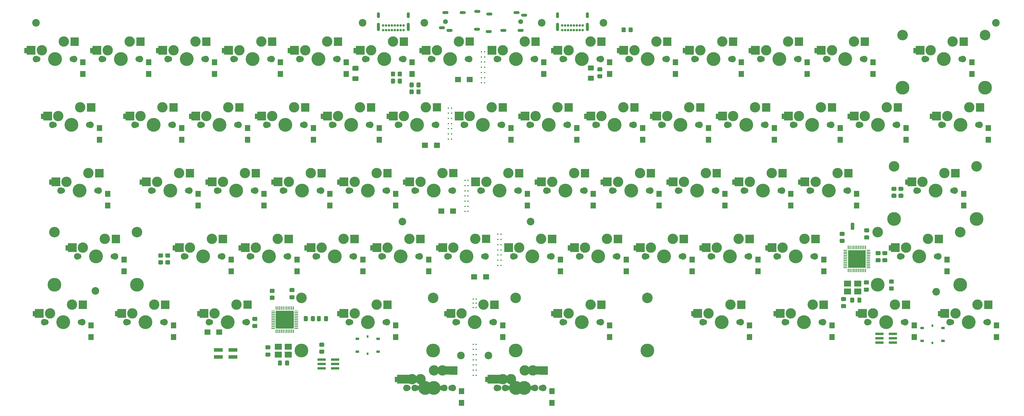
<source format=gbs>
%TF.GenerationSoftware,KiCad,Pcbnew,(5.1.10)-1*%
%TF.CreationDate,2022-03-06T16:48:13-07:00*%
%TF.ProjectId,Unit000,556e6974-3030-4302-9e6b-696361645f70,rev?*%
%TF.SameCoordinates,Original*%
%TF.FileFunction,Soldermask,Bot*%
%TF.FilePolarity,Negative*%
%FSLAX46Y46*%
G04 Gerber Fmt 4.6, Leading zero omitted, Abs format (unit mm)*
G04 Created by KiCad (PCBNEW (5.1.10)-1) date 2022-03-06 16:48:13*
%MOMM*%
%LPD*%
G01*
G04 APERTURE LIST*
%ADD10C,3.000000*%
%ADD11C,0.100000*%
%ADD12C,1.900000*%
%ADD13C,0.100000*%
%ADD14R,2.500000X2.500000*%
%ADD15C,1.700000*%
%ADD16C,4.000000*%
%ADD17R,1.500000X1.800000*%
%ADD18R,2.400000X0.740000*%
%ADD19R,0.700000X1.500000*%
%ADD20R,2.400000X2.400000*%
%ADD21R,2.100000X1.800000*%
%ADD22R,2.580000X1.000000*%
%ADD23R,1.800000X1.500000*%
%ADD24C,1.400000*%
%ADD25O,1.800000X0.900000*%
%ADD26O,0.900000X1.700000*%
%ADD27O,0.900000X2.400000*%
%ADD28C,0.700000*%
%ADD29R,0.990600X0.711200*%
%ADD30R,0.609600X0.711200*%
%ADD31C,2.200000*%
%ADD32C,3.987800*%
%ADD33C,3.048000*%
%ADD34C,0.400000*%
%ADD35R,5.200000X5.200000*%
G04 APERTURE END LIST*
D10*
%TO.C,SW8*%
X161663260Y-38067600D03*
D11*
G36*
X163623260Y-36867600D02*
G01*
X166023260Y-36867600D01*
X166023260Y-39267600D01*
X163623260Y-39267600D01*
X163623260Y-36867600D01*
G37*
D12*
X164623260Y-43147600D03*
X153623260Y-43147600D03*
D10*
X155313260Y-40607599D03*
D13*
X155298260Y-40567600D03*
D14*
X152223260Y-40607600D03*
D15*
X154043260Y-43147600D03*
X164203260Y-43147600D03*
D16*
X159123260Y-43147600D03*
D17*
X167200460Y-47476500D03*
X167200460Y-44076500D03*
%TD*%
D10*
%TO.C,SW21*%
X152138260Y-57117600D03*
D11*
G36*
X154098260Y-55917600D02*
G01*
X156498260Y-55917600D01*
X156498260Y-58317600D01*
X154098260Y-58317600D01*
X154098260Y-55917600D01*
G37*
D12*
X155098260Y-62197600D03*
X144098260Y-62197600D03*
D10*
X145788260Y-59657599D03*
D13*
X145773260Y-59617600D03*
D14*
X142698260Y-59657600D03*
D15*
X144518260Y-62197600D03*
X154678260Y-62197600D03*
D16*
X149598260Y-62197600D03*
D17*
X157675460Y-66526500D03*
X157675460Y-63126500D03*
%TD*%
D10*
%TO.C,SW35*%
X156900760Y-76167600D03*
D11*
G36*
X158860760Y-74967600D02*
G01*
X161260760Y-74967600D01*
X161260760Y-77367600D01*
X158860760Y-77367600D01*
X158860760Y-74967600D01*
G37*
D12*
X159860760Y-81247600D03*
X148860760Y-81247600D03*
D10*
X150550760Y-78707599D03*
D13*
X150535760Y-78667600D03*
D14*
X147460760Y-78707600D03*
D15*
X149280760Y-81247600D03*
X159440760Y-81247600D03*
D16*
X154360760Y-81247600D03*
D17*
X162437960Y-85576500D03*
X162437960Y-82176500D03*
%TD*%
D10*
%TO.C,SW48*%
X166425760Y-95217600D03*
D11*
G36*
X168385760Y-94017600D02*
G01*
X170785760Y-94017600D01*
X170785760Y-96417600D01*
X168385760Y-96417600D01*
X168385760Y-94017600D01*
G37*
D12*
X169385760Y-100297600D03*
X158385760Y-100297600D03*
D10*
X160075760Y-97757599D03*
D13*
X160060760Y-97717600D03*
D14*
X156985760Y-97757600D03*
D15*
X158805760Y-100297600D03*
X168965760Y-100297600D03*
D16*
X163885760Y-100297600D03*
D17*
X171962960Y-104626500D03*
X171962960Y-101226500D03*
%TD*%
D18*
%TO.C,J3*%
X106850000Y-130180000D03*
X102950000Y-130180000D03*
X106850000Y-131450000D03*
X102950000Y-131450000D03*
X106850000Y-132720000D03*
X102950000Y-132720000D03*
%TD*%
D19*
%TO.C,SW67*%
X150623260Y-135897600D03*
D16*
X159123260Y-138397600D03*
D15*
X164203260Y-138397600D03*
X154043260Y-138397600D03*
D14*
X152223260Y-135857600D03*
D13*
X155298260Y-135817600D03*
D10*
X155313260Y-135857599D03*
D12*
X153623260Y-138397600D03*
X164623260Y-138397600D03*
D20*
X164823260Y-133317600D03*
D10*
X161663260Y-133317600D03*
%TD*%
D19*
%TO.C,SW64*%
X124429510Y-135897600D03*
D16*
X132929510Y-138397600D03*
D15*
X138009510Y-138397600D03*
X127849510Y-138397600D03*
D14*
X126029510Y-135857600D03*
D13*
X129104510Y-135817600D03*
D10*
X129119510Y-135857599D03*
D12*
X127429510Y-138397600D03*
X138429510Y-138397600D03*
D20*
X138629510Y-133317600D03*
D10*
X135469510Y-133317600D03*
%TD*%
%TO.C,R1*%
G36*
G01*
X103400001Y-126450000D02*
X102499999Y-126450000D01*
G75*
G02*
X102250000Y-126200001I0J249999D01*
G01*
X102250000Y-125499999D01*
G75*
G02*
X102499999Y-125250000I249999J0D01*
G01*
X103400001Y-125250000D01*
G75*
G02*
X103650000Y-125499999I0J-249999D01*
G01*
X103650000Y-126200001D01*
G75*
G02*
X103400001Y-126450000I-249999J0D01*
G01*
G37*
G36*
G01*
X103400001Y-128450000D02*
X102499999Y-128450000D01*
G75*
G02*
X102250000Y-128200001I0J249999D01*
G01*
X102250000Y-127499999D01*
G75*
G02*
X102499999Y-127250000I249999J0D01*
G01*
X103400001Y-127250000D01*
G75*
G02*
X103650000Y-127499999I0J-249999D01*
G01*
X103650000Y-128200001D01*
G75*
G02*
X103400001Y-128450000I-249999J0D01*
G01*
G37*
%TD*%
%TO.C,C2*%
G36*
G01*
X103600000Y-118775000D02*
X103600000Y-117825000D01*
G75*
G02*
X103850000Y-117575000I250000J0D01*
G01*
X104525000Y-117575000D01*
G75*
G02*
X104775000Y-117825000I0J-250000D01*
G01*
X104775000Y-118775000D01*
G75*
G02*
X104525000Y-119025000I-250000J0D01*
G01*
X103850000Y-119025000D01*
G75*
G02*
X103600000Y-118775000I0J250000D01*
G01*
G37*
G36*
G01*
X101525000Y-118775000D02*
X101525000Y-117825000D01*
G75*
G02*
X101775000Y-117575000I250000J0D01*
G01*
X102450000Y-117575000D01*
G75*
G02*
X102700000Y-117825000I0J-250000D01*
G01*
X102700000Y-118775000D01*
G75*
G02*
X102450000Y-119025000I-250000J0D01*
G01*
X101775000Y-119025000D01*
G75*
G02*
X101525000Y-118775000I0J250000D01*
G01*
G37*
%TD*%
D19*
%TO.C,SW56*%
X67279510Y-116847600D03*
D16*
X75779510Y-119347600D03*
D15*
X80859510Y-119347600D03*
X70699510Y-119347600D03*
D14*
X68879510Y-116807600D03*
D13*
X71954510Y-116767600D03*
D10*
X71969510Y-116807599D03*
D12*
X70279510Y-119347600D03*
X81279510Y-119347600D03*
D20*
X81479510Y-114267600D03*
D10*
X78319510Y-114267600D03*
%TD*%
D19*
%TO.C,SW7*%
X131573260Y-40647600D03*
D16*
X140073260Y-43147600D03*
D15*
X145153260Y-43147600D03*
X134993260Y-43147600D03*
D14*
X133173260Y-40607600D03*
D13*
X136248260Y-40567600D03*
D10*
X136263260Y-40607599D03*
D12*
X134573260Y-43147600D03*
X145573260Y-43147600D03*
D20*
X145773260Y-38067600D03*
D10*
X142613260Y-38067600D03*
%TD*%
D19*
%TO.C,SW20*%
X122048260Y-59697600D03*
D16*
X130548260Y-62197600D03*
D15*
X135628260Y-62197600D03*
X125468260Y-62197600D03*
D14*
X123648260Y-59657600D03*
D13*
X126723260Y-59617600D03*
D10*
X126738260Y-59657599D03*
D12*
X125048260Y-62197600D03*
X136048260Y-62197600D03*
D20*
X136248260Y-57117600D03*
D10*
X133088260Y-57117600D03*
%TD*%
D19*
%TO.C,SW34*%
X126810760Y-78747600D03*
D16*
X135310760Y-81247600D03*
D15*
X140390760Y-81247600D03*
X130230760Y-81247600D03*
D14*
X128410760Y-78707600D03*
D13*
X131485760Y-78667600D03*
D10*
X131500760Y-78707599D03*
D12*
X129810760Y-81247600D03*
X140810760Y-81247600D03*
D20*
X141010760Y-76167600D03*
D10*
X137850760Y-76167600D03*
%TD*%
D19*
%TO.C,SW47*%
X136335760Y-97797600D03*
D16*
X144835760Y-100297600D03*
D15*
X149915760Y-100297600D03*
X139755760Y-100297600D03*
D14*
X137935760Y-97757600D03*
D13*
X141010760Y-97717600D03*
D10*
X141025760Y-97757599D03*
D12*
X139335760Y-100297600D03*
X150335760Y-100297600D03*
D20*
X150535760Y-95217600D03*
D10*
X147375760Y-95217600D03*
%TD*%
%TO.C,R12*%
G36*
G01*
X190900000Y-34199999D02*
X190900000Y-35100001D01*
G75*
G02*
X190650001Y-35350000I-249999J0D01*
G01*
X189949999Y-35350000D01*
G75*
G02*
X189700000Y-35100001I0J249999D01*
G01*
X189700000Y-34199999D01*
G75*
G02*
X189949999Y-33950000I249999J0D01*
G01*
X190650001Y-33950000D01*
G75*
G02*
X190900000Y-34199999I0J-249999D01*
G01*
G37*
G36*
G01*
X192900000Y-34199999D02*
X192900000Y-35100001D01*
G75*
G02*
X192650001Y-35350000I-249999J0D01*
G01*
X191949999Y-35350000D01*
G75*
G02*
X191700000Y-35100001I0J249999D01*
G01*
X191700000Y-34199999D01*
G75*
G02*
X191949999Y-33950000I249999J0D01*
G01*
X192650001Y-33950000D01*
G75*
G02*
X192900000Y-34199999I0J-249999D01*
G01*
G37*
%TD*%
%TO.C,C5*%
G36*
G01*
X91437500Y-130675000D02*
X91437500Y-131625000D01*
G75*
G02*
X91187500Y-131875000I-250000J0D01*
G01*
X90512500Y-131875000D01*
G75*
G02*
X90262500Y-131625000I0J250000D01*
G01*
X90262500Y-130675000D01*
G75*
G02*
X90512500Y-130425000I250000J0D01*
G01*
X91187500Y-130425000D01*
G75*
G02*
X91437500Y-130675000I0J-250000D01*
G01*
G37*
G36*
G01*
X93512500Y-130675000D02*
X93512500Y-131625000D01*
G75*
G02*
X93262500Y-131875000I-250000J0D01*
G01*
X92587500Y-131875000D01*
G75*
G02*
X92337500Y-131625000I0J250000D01*
G01*
X92337500Y-130675000D01*
G75*
G02*
X92587500Y-130425000I250000J0D01*
G01*
X93262500Y-130425000D01*
G75*
G02*
X93512500Y-130675000I0J-250000D01*
G01*
G37*
%TD*%
%TO.C,C6*%
G36*
G01*
X99800000Y-118775000D02*
X99800000Y-117825000D01*
G75*
G02*
X100050000Y-117575000I250000J0D01*
G01*
X100725000Y-117575000D01*
G75*
G02*
X100975000Y-117825000I0J-250000D01*
G01*
X100975000Y-118775000D01*
G75*
G02*
X100725000Y-119025000I-250000J0D01*
G01*
X100050000Y-119025000D01*
G75*
G02*
X99800000Y-118775000I0J250000D01*
G01*
G37*
G36*
G01*
X97725000Y-118775000D02*
X97725000Y-117825000D01*
G75*
G02*
X97975000Y-117575000I250000J0D01*
G01*
X98650000Y-117575000D01*
G75*
G02*
X98900000Y-117825000I0J-250000D01*
G01*
X98900000Y-118775000D01*
G75*
G02*
X98650000Y-119025000I-250000J0D01*
G01*
X97975000Y-119025000D01*
G75*
G02*
X97725000Y-118775000I0J250000D01*
G01*
G37*
%TD*%
%TO.C,C1*%
G36*
G01*
X93875000Y-111500000D02*
X94825000Y-111500000D01*
G75*
G02*
X95075000Y-111750000I0J-250000D01*
G01*
X95075000Y-112425000D01*
G75*
G02*
X94825000Y-112675000I-250000J0D01*
G01*
X93875000Y-112675000D01*
G75*
G02*
X93625000Y-112425000I0J250000D01*
G01*
X93625000Y-111750000D01*
G75*
G02*
X93875000Y-111500000I250000J0D01*
G01*
G37*
G36*
G01*
X93875000Y-109425000D02*
X94825000Y-109425000D01*
G75*
G02*
X95075000Y-109675000I0J-250000D01*
G01*
X95075000Y-110350000D01*
G75*
G02*
X94825000Y-110600000I-250000J0D01*
G01*
X93875000Y-110600000D01*
G75*
G02*
X93625000Y-110350000I0J250000D01*
G01*
X93625000Y-109675000D01*
G75*
G02*
X93875000Y-109425000I250000J0D01*
G01*
G37*
%TD*%
%TO.C,R4*%
G36*
G01*
X88149999Y-111650000D02*
X89050001Y-111650000D01*
G75*
G02*
X89300000Y-111899999I0J-249999D01*
G01*
X89300000Y-112600001D01*
G75*
G02*
X89050001Y-112850000I-249999J0D01*
G01*
X88149999Y-112850000D01*
G75*
G02*
X87900000Y-112600001I0J249999D01*
G01*
X87900000Y-111899999D01*
G75*
G02*
X88149999Y-111650000I249999J0D01*
G01*
G37*
G36*
G01*
X88149999Y-109650000D02*
X89050001Y-109650000D01*
G75*
G02*
X89300000Y-109899999I0J-249999D01*
G01*
X89300000Y-110600001D01*
G75*
G02*
X89050001Y-110850000I-249999J0D01*
G01*
X88149999Y-110850000D01*
G75*
G02*
X87900000Y-110600001I0J249999D01*
G01*
X87900000Y-109899999D01*
G75*
G02*
X88149999Y-109650000I249999J0D01*
G01*
G37*
%TD*%
D21*
%TO.C,Y1*%
X90350000Y-128750000D03*
X93250000Y-128750000D03*
X93250000Y-126450000D03*
X90350000Y-126450000D03*
%TD*%
%TO.C,C4*%
G36*
G01*
X86875000Y-128100000D02*
X87825000Y-128100000D01*
G75*
G02*
X88075000Y-128350000I0J-250000D01*
G01*
X88075000Y-129025000D01*
G75*
G02*
X87825000Y-129275000I-250000J0D01*
G01*
X86875000Y-129275000D01*
G75*
G02*
X86625000Y-129025000I0J250000D01*
G01*
X86625000Y-128350000D01*
G75*
G02*
X86875000Y-128100000I250000J0D01*
G01*
G37*
G36*
G01*
X86875000Y-126025000D02*
X87825000Y-126025000D01*
G75*
G02*
X88075000Y-126275000I0J-250000D01*
G01*
X88075000Y-126950000D01*
G75*
G02*
X87825000Y-127200000I-250000J0D01*
G01*
X86875000Y-127200000D01*
G75*
G02*
X86625000Y-126950000I0J250000D01*
G01*
X86625000Y-126275000D01*
G75*
G02*
X86875000Y-126025000I250000J0D01*
G01*
G37*
%TD*%
D22*
%TO.C,J5*%
X77235000Y-127400000D03*
X73065000Y-127400000D03*
X77235000Y-129400000D03*
X73065000Y-129400000D03*
%TD*%
D10*
%TO.C,SW55*%
X54507010Y-114267600D03*
D11*
G36*
X56467010Y-113067600D02*
G01*
X58867010Y-113067600D01*
X58867010Y-115467600D01*
X56467010Y-115467600D01*
X56467010Y-113067600D01*
G37*
D12*
X57467010Y-119347600D03*
X46467010Y-119347600D03*
D10*
X48157010Y-116807599D03*
D13*
X48142010Y-116767600D03*
D14*
X45067010Y-116807600D03*
D15*
X46887010Y-119347600D03*
X57047010Y-119347600D03*
D16*
X51967010Y-119347600D03*
D19*
X43467010Y-116847600D03*
D17*
X60044210Y-123676500D03*
X60044210Y-120276500D03*
%TD*%
D10*
%TO.C,SW6*%
X123563260Y-38067600D03*
D11*
G36*
X125523260Y-36867600D02*
G01*
X127923260Y-36867600D01*
X127923260Y-39267600D01*
X125523260Y-39267600D01*
X125523260Y-36867600D01*
G37*
D12*
X126523260Y-43147600D03*
X115523260Y-43147600D03*
D10*
X117213260Y-40607599D03*
D13*
X117198260Y-40567600D03*
D14*
X114123260Y-40607600D03*
D15*
X115943260Y-43147600D03*
X126103260Y-43147600D03*
D16*
X121023260Y-43147600D03*
D19*
X112523260Y-40647600D03*
D17*
X129100460Y-47476500D03*
X129100460Y-44076500D03*
%TD*%
D10*
%TO.C,SW15*%
X33075760Y-57117600D03*
D11*
G36*
X35035760Y-55917600D02*
G01*
X37435760Y-55917600D01*
X37435760Y-58317600D01*
X35035760Y-58317600D01*
X35035760Y-55917600D01*
G37*
D12*
X36035760Y-62197600D03*
X25035760Y-62197600D03*
D10*
X26725760Y-59657599D03*
D13*
X26710760Y-59617600D03*
D14*
X23635760Y-59657600D03*
D15*
X25455760Y-62197600D03*
X35615760Y-62197600D03*
D16*
X30535760Y-62197600D03*
D19*
X22035760Y-59697600D03*
D17*
X38612960Y-66526500D03*
X38612960Y-63126500D03*
%TD*%
D10*
%TO.C,GRV1*%
X28313260Y-38067600D03*
D11*
G36*
X30273260Y-36867600D02*
G01*
X32673260Y-36867600D01*
X32673260Y-39267600D01*
X30273260Y-39267600D01*
X30273260Y-36867600D01*
G37*
D12*
X31273260Y-43147600D03*
X20273260Y-43147600D03*
D10*
X21963260Y-40607599D03*
D13*
X21948260Y-40567600D03*
D14*
X18873260Y-40607600D03*
D15*
X20693260Y-43147600D03*
X30853260Y-43147600D03*
D16*
X25773260Y-43147600D03*
D19*
X17273260Y-40647600D03*
D17*
X33850460Y-47476500D03*
X33850460Y-44076500D03*
%TD*%
D10*
%TO.C,SW40*%
X252150760Y-76167600D03*
D11*
G36*
X254110760Y-74967600D02*
G01*
X256510760Y-74967600D01*
X256510760Y-77367600D01*
X254110760Y-77367600D01*
X254110760Y-74967600D01*
G37*
D12*
X255110760Y-81247600D03*
X244110760Y-81247600D03*
D10*
X245800760Y-78707599D03*
D13*
X245785760Y-78667600D03*
D14*
X242710760Y-78707600D03*
D15*
X244530760Y-81247600D03*
X254690760Y-81247600D03*
D16*
X249610760Y-81247600D03*
D19*
X241110760Y-78747600D03*
D17*
X257687960Y-85576500D03*
X257687960Y-82176500D03*
%TD*%
D10*
%TO.C,SW61*%
X245007010Y-114267600D03*
D11*
G36*
X246967010Y-113067600D02*
G01*
X249367010Y-113067600D01*
X249367010Y-115467600D01*
X246967010Y-115467600D01*
X246967010Y-113067600D01*
G37*
D12*
X247967010Y-119347600D03*
X236967010Y-119347600D03*
D10*
X238657010Y-116807599D03*
D13*
X238642010Y-116767600D03*
D14*
X235567010Y-116807600D03*
D15*
X237387010Y-119347600D03*
X247547010Y-119347600D03*
D16*
X242467010Y-119347600D03*
D19*
X233967010Y-116847600D03*
D17*
X250544210Y-123676500D03*
X250544210Y-120276500D03*
%TD*%
D10*
%TO.C,SW44*%
X90225760Y-95217600D03*
D11*
G36*
X92185760Y-94017600D02*
G01*
X94585760Y-94017600D01*
X94585760Y-96417600D01*
X92185760Y-96417600D01*
X92185760Y-94017600D01*
G37*
D12*
X93185760Y-100297600D03*
X82185760Y-100297600D03*
D10*
X83875760Y-97757599D03*
D13*
X83860760Y-97717600D03*
D14*
X80785760Y-97757600D03*
D15*
X82605760Y-100297600D03*
X92765760Y-100297600D03*
D16*
X87685760Y-100297600D03*
D19*
X79185760Y-97797600D03*
D17*
X95762960Y-104626500D03*
X95762960Y-101226500D03*
%TD*%
D10*
%TO.C,SW65*%
X137850760Y-133317600D03*
D11*
G36*
X139810760Y-132117600D02*
G01*
X142210760Y-132117600D01*
X142210760Y-134517600D01*
X139810760Y-134517600D01*
X139810760Y-132117600D01*
G37*
D12*
X140810760Y-138397600D03*
X129810760Y-138397600D03*
D10*
X131500760Y-135857599D03*
D13*
X131485760Y-135817600D03*
D14*
X128410760Y-135857600D03*
D15*
X130230760Y-138397600D03*
X140390760Y-138397600D03*
D16*
X135310760Y-138397600D03*
D19*
X126810760Y-135897600D03*
D17*
X143387960Y-142726500D03*
X143387960Y-139326500D03*
%TD*%
D10*
%TO.C,SW62*%
X268819510Y-114267600D03*
D11*
G36*
X270779510Y-113067600D02*
G01*
X273179510Y-113067600D01*
X273179510Y-115467600D01*
X270779510Y-115467600D01*
X270779510Y-113067600D01*
G37*
D12*
X271779510Y-119347600D03*
X260779510Y-119347600D03*
D10*
X262469510Y-116807599D03*
D13*
X262454510Y-116767600D03*
D14*
X259379510Y-116807600D03*
D15*
X261199510Y-119347600D03*
X271359510Y-119347600D03*
D16*
X266279510Y-119347600D03*
D19*
X257779510Y-116847600D03*
D17*
X274356710Y-123676500D03*
X274356710Y-120276500D03*
%TD*%
D10*
%TO.C,SW32*%
X99750760Y-76167600D03*
D11*
G36*
X101710760Y-74967600D02*
G01*
X104110760Y-74967600D01*
X104110760Y-77367600D01*
X101710760Y-77367600D01*
X101710760Y-74967600D01*
G37*
D12*
X102710760Y-81247600D03*
X91710760Y-81247600D03*
D10*
X93400760Y-78707599D03*
D13*
X93385760Y-78667600D03*
D14*
X90310760Y-78707600D03*
D15*
X92130760Y-81247600D03*
X102290760Y-81247600D03*
D16*
X97210760Y-81247600D03*
D19*
X88710760Y-78747600D03*
D17*
X105287960Y-85576500D03*
X105287960Y-82176500D03*
%TD*%
D10*
%TO.C,SW13*%
X256913260Y-38067600D03*
D11*
G36*
X258873260Y-36867600D02*
G01*
X261273260Y-36867600D01*
X261273260Y-39267600D01*
X258873260Y-39267600D01*
X258873260Y-36867600D01*
G37*
D12*
X259873260Y-43147600D03*
X248873260Y-43147600D03*
D10*
X250563260Y-40607599D03*
D13*
X250548260Y-40567600D03*
D14*
X247473260Y-40607600D03*
D15*
X249293260Y-43147600D03*
X259453260Y-43147600D03*
D16*
X254373260Y-43147600D03*
D19*
X245873260Y-40647600D03*
D17*
X262450460Y-47476500D03*
X262450460Y-44076500D03*
%TD*%
D10*
%TO.C,SW41*%
X283107010Y-76167600D03*
D11*
G36*
X285067010Y-74967600D02*
G01*
X287467010Y-74967600D01*
X287467010Y-77367600D01*
X285067010Y-77367600D01*
X285067010Y-74967600D01*
G37*
D12*
X286067010Y-81247600D03*
X275067010Y-81247600D03*
D10*
X276757010Y-78707599D03*
D13*
X276742010Y-78667600D03*
D14*
X273667010Y-78707600D03*
D15*
X275487010Y-81247600D03*
X285647010Y-81247600D03*
D16*
X280567010Y-81247600D03*
D19*
X272067010Y-78747600D03*
D17*
X288644210Y-85576500D03*
X288644210Y-82176500D03*
%TD*%
D10*
%TO.C,SW28*%
X290250760Y-57117600D03*
D11*
G36*
X292210760Y-55917600D02*
G01*
X294610760Y-55917600D01*
X294610760Y-58317600D01*
X292210760Y-58317600D01*
X292210760Y-55917600D01*
G37*
D12*
X293210760Y-62197600D03*
X282210760Y-62197600D03*
D10*
X283900760Y-59657599D03*
D13*
X283885760Y-59617600D03*
D14*
X280810760Y-59657600D03*
D15*
X282630760Y-62197600D03*
X292790760Y-62197600D03*
D16*
X287710760Y-62197600D03*
D19*
X279210760Y-59697600D03*
D17*
X295787960Y-66526500D03*
X295787960Y-63126500D03*
%TD*%
D10*
%TO.C,SW4*%
X85463260Y-38067600D03*
D11*
G36*
X87423260Y-36867600D02*
G01*
X89823260Y-36867600D01*
X89823260Y-39267600D01*
X87423260Y-39267600D01*
X87423260Y-36867600D01*
G37*
D12*
X88423260Y-43147600D03*
X77423260Y-43147600D03*
D10*
X79113260Y-40607599D03*
D13*
X79098260Y-40567600D03*
D14*
X76023260Y-40607600D03*
D15*
X77843260Y-43147600D03*
X88003260Y-43147600D03*
D16*
X82923260Y-43147600D03*
D19*
X74423260Y-40647600D03*
D17*
X91000460Y-47476500D03*
X91000460Y-44076500D03*
%TD*%
D10*
%TO.C,SW54*%
X30694510Y-114267600D03*
D11*
G36*
X32654510Y-113067600D02*
G01*
X35054510Y-113067600D01*
X35054510Y-115467600D01*
X32654510Y-115467600D01*
X32654510Y-113067600D01*
G37*
D12*
X33654510Y-119347600D03*
X22654510Y-119347600D03*
D10*
X24344510Y-116807599D03*
D13*
X24329510Y-116767600D03*
D14*
X21254510Y-116807600D03*
D15*
X23074510Y-119347600D03*
X33234510Y-119347600D03*
D16*
X28154510Y-119347600D03*
D19*
X19654510Y-116847600D03*
D17*
X36231710Y-123676500D03*
X36231710Y-120276500D03*
%TD*%
D10*
%TO.C,SW53*%
X278344510Y-95217600D03*
D11*
G36*
X280304510Y-94017600D02*
G01*
X282704510Y-94017600D01*
X282704510Y-96417600D01*
X280304510Y-96417600D01*
X280304510Y-94017600D01*
G37*
D12*
X281304510Y-100297600D03*
X270304510Y-100297600D03*
D10*
X271994510Y-97757599D03*
D13*
X271979510Y-97717600D03*
D14*
X268904510Y-97757600D03*
D15*
X270724510Y-100297600D03*
X280884510Y-100297600D03*
D16*
X275804510Y-100297600D03*
D19*
X267304510Y-97797600D03*
D17*
X283881710Y-104626500D03*
X283881710Y-101226500D03*
%TD*%
D10*
%TO.C,SW42*%
X40219510Y-95217600D03*
D11*
G36*
X42179510Y-94017600D02*
G01*
X44579510Y-94017600D01*
X44579510Y-96417600D01*
X42179510Y-96417600D01*
X42179510Y-94017600D01*
G37*
D12*
X43179510Y-100297600D03*
X32179510Y-100297600D03*
D10*
X33869510Y-97757599D03*
D13*
X33854510Y-97717600D03*
D14*
X30779510Y-97757600D03*
D15*
X32599510Y-100297600D03*
X42759510Y-100297600D03*
D16*
X37679510Y-100297600D03*
D19*
X29179510Y-97797600D03*
D17*
X45756710Y-104626500D03*
X45756710Y-101226500D03*
%TD*%
D10*
%TO.C,SW14*%
X285488260Y-38067600D03*
D11*
G36*
X287448260Y-36867600D02*
G01*
X289848260Y-36867600D01*
X289848260Y-39267600D01*
X287448260Y-39267600D01*
X287448260Y-36867600D01*
G37*
D12*
X288448260Y-43147600D03*
X277448260Y-43147600D03*
D10*
X279138260Y-40607599D03*
D13*
X279123260Y-40567600D03*
D14*
X276048260Y-40607600D03*
D15*
X277868260Y-43147600D03*
X288028260Y-43147600D03*
D16*
X282948260Y-43147600D03*
D19*
X274448260Y-40647600D03*
D17*
X291025460Y-47476500D03*
X291025460Y-44076500D03*
%TD*%
D10*
%TO.C,SW57*%
X149757010Y-114267600D03*
D11*
G36*
X151717010Y-113067600D02*
G01*
X154117010Y-113067600D01*
X154117010Y-115467600D01*
X151717010Y-115467600D01*
X151717010Y-113067600D01*
G37*
D12*
X152717010Y-119347600D03*
X141717010Y-119347600D03*
D10*
X143407010Y-116807599D03*
D13*
X143392010Y-116767600D03*
D14*
X140317010Y-116807600D03*
D15*
X142137010Y-119347600D03*
X152297010Y-119347600D03*
D16*
X147217010Y-119347600D03*
D19*
X138717010Y-116847600D03*
D17*
X155294210Y-123676500D03*
X155294210Y-120276500D03*
%TD*%
D10*
%TO.C,SW58*%
X118800760Y-114267600D03*
D11*
G36*
X120760760Y-113067600D02*
G01*
X123160760Y-113067600D01*
X123160760Y-115467600D01*
X120760760Y-115467600D01*
X120760760Y-113067600D01*
G37*
D12*
X121760760Y-119347600D03*
X110760760Y-119347600D03*
D10*
X112450760Y-116807599D03*
D13*
X112435760Y-116767600D03*
D14*
X109360760Y-116807600D03*
D15*
X111180760Y-119347600D03*
X121340760Y-119347600D03*
D16*
X116260760Y-119347600D03*
D19*
X107760760Y-116847600D03*
D17*
X124337960Y-123676500D03*
X124337960Y-120276500D03*
%TD*%
D10*
%TO.C,SW59*%
X180713260Y-114267600D03*
D11*
G36*
X182673260Y-113067600D02*
G01*
X185073260Y-113067600D01*
X185073260Y-115467600D01*
X182673260Y-115467600D01*
X182673260Y-113067600D01*
G37*
D12*
X183673260Y-119347600D03*
X172673260Y-119347600D03*
D10*
X174363260Y-116807599D03*
D13*
X174348260Y-116767600D03*
D14*
X171273260Y-116807600D03*
D15*
X173093260Y-119347600D03*
X183253260Y-119347600D03*
D16*
X178173260Y-119347600D03*
D19*
X169673260Y-116847600D03*
D17*
X186250460Y-123676500D03*
X186250460Y-120276500D03*
%TD*%
D10*
%TO.C,SW29*%
X35457010Y-76167600D03*
D11*
G36*
X37417010Y-74967600D02*
G01*
X39817010Y-74967600D01*
X39817010Y-77367600D01*
X37417010Y-77367600D01*
X37417010Y-74967600D01*
G37*
D12*
X38417010Y-81247600D03*
X27417010Y-81247600D03*
D10*
X29107010Y-78707599D03*
D13*
X29092010Y-78667600D03*
D14*
X26017010Y-78707600D03*
D15*
X27837010Y-81247600D03*
X37997010Y-81247600D03*
D16*
X32917010Y-81247600D03*
D19*
X24417010Y-78747600D03*
D17*
X40994210Y-85576500D03*
X40994210Y-82176500D03*
%TD*%
D10*
%TO.C,SW63*%
X292632010Y-114267600D03*
D11*
G36*
X294592010Y-113067600D02*
G01*
X296992010Y-113067600D01*
X296992010Y-115467600D01*
X294592010Y-115467600D01*
X294592010Y-113067600D01*
G37*
D12*
X295592010Y-119347600D03*
X284592010Y-119347600D03*
D10*
X286282010Y-116807599D03*
D13*
X286267010Y-116767600D03*
D14*
X283192010Y-116807600D03*
D15*
X285012010Y-119347600D03*
X295172010Y-119347600D03*
D16*
X290092010Y-119347600D03*
D19*
X281592010Y-116847600D03*
D17*
X298169210Y-123676500D03*
X298169210Y-120276500D03*
%TD*%
D10*
%TO.C,SW60*%
X221194510Y-114267600D03*
D11*
G36*
X223154510Y-113067600D02*
G01*
X225554510Y-113067600D01*
X225554510Y-115467600D01*
X223154510Y-115467600D01*
X223154510Y-113067600D01*
G37*
D12*
X224154510Y-119347600D03*
X213154510Y-119347600D03*
D10*
X214844510Y-116807599D03*
D13*
X214829510Y-116767600D03*
D14*
X211754510Y-116807600D03*
D15*
X213574510Y-119347600D03*
X223734510Y-119347600D03*
D16*
X218654510Y-119347600D03*
D19*
X210154510Y-116847600D03*
D17*
X226731710Y-123676500D03*
X226731710Y-120276500D03*
%TD*%
D10*
%TO.C,SW66*%
X164044510Y-133317600D03*
D11*
G36*
X166004510Y-132117600D02*
G01*
X168404510Y-132117600D01*
X168404510Y-134517600D01*
X166004510Y-134517600D01*
X166004510Y-132117600D01*
G37*
D12*
X167004510Y-138397600D03*
X156004510Y-138397600D03*
D10*
X157694510Y-135857599D03*
D13*
X157679510Y-135817600D03*
D14*
X154604510Y-135857600D03*
D15*
X156424510Y-138397600D03*
X166584510Y-138397600D03*
D16*
X161504510Y-138397600D03*
D19*
X153004510Y-135897600D03*
D17*
X169581710Y-142726500D03*
X169581710Y-139326500D03*
%TD*%
D10*
%TO.C,SW52*%
X242625760Y-95217600D03*
D11*
G36*
X244585760Y-94017600D02*
G01*
X246985760Y-94017600D01*
X246985760Y-96417600D01*
X244585760Y-96417600D01*
X244585760Y-94017600D01*
G37*
D12*
X245585760Y-100297600D03*
X234585760Y-100297600D03*
D10*
X236275760Y-97757599D03*
D13*
X236260760Y-97717600D03*
D14*
X233185760Y-97757600D03*
D15*
X235005760Y-100297600D03*
X245165760Y-100297600D03*
D16*
X240085760Y-100297600D03*
D19*
X231585760Y-97797600D03*
D17*
X248162960Y-104626500D03*
X248162960Y-101226500D03*
%TD*%
D10*
%TO.C,SW5*%
X104513260Y-38067600D03*
D11*
G36*
X106473260Y-36867600D02*
G01*
X108873260Y-36867600D01*
X108873260Y-39267600D01*
X106473260Y-39267600D01*
X106473260Y-36867600D01*
G37*
D12*
X107473260Y-43147600D03*
X96473260Y-43147600D03*
D10*
X98163260Y-40607599D03*
D13*
X98148260Y-40567600D03*
D14*
X95073260Y-40607600D03*
D15*
X96893260Y-43147600D03*
X107053260Y-43147600D03*
D16*
X101973260Y-43147600D03*
D19*
X93473260Y-40647600D03*
D17*
X110050460Y-47476500D03*
X110050460Y-44076500D03*
%TD*%
D10*
%TO.C,SW50*%
X204525760Y-95217600D03*
D11*
G36*
X206485760Y-94017600D02*
G01*
X208885760Y-94017600D01*
X208885760Y-96417600D01*
X206485760Y-96417600D01*
X206485760Y-94017600D01*
G37*
D12*
X207485760Y-100297600D03*
X196485760Y-100297600D03*
D10*
X198175760Y-97757599D03*
D13*
X198160760Y-97717600D03*
D14*
X195085760Y-97757600D03*
D15*
X196905760Y-100297600D03*
X207065760Y-100297600D03*
D16*
X201985760Y-100297600D03*
D19*
X193485760Y-97797600D03*
D17*
X210062960Y-104626500D03*
X210062960Y-101226500D03*
%TD*%
D10*
%TO.C,SW51*%
X223575760Y-95217600D03*
D11*
G36*
X225535760Y-94017600D02*
G01*
X227935760Y-94017600D01*
X227935760Y-96417600D01*
X225535760Y-96417600D01*
X225535760Y-94017600D01*
G37*
D12*
X226535760Y-100297600D03*
X215535760Y-100297600D03*
D10*
X217225760Y-97757599D03*
D13*
X217210760Y-97717600D03*
D14*
X214135760Y-97757600D03*
D15*
X215955760Y-100297600D03*
X226115760Y-100297600D03*
D16*
X221035760Y-100297600D03*
D19*
X212535760Y-97797600D03*
D17*
X229112960Y-104626500D03*
X229112960Y-101226500D03*
%TD*%
D10*
%TO.C,SW43*%
X71175760Y-95217600D03*
D11*
G36*
X73135760Y-94017600D02*
G01*
X75535760Y-94017600D01*
X75535760Y-96417600D01*
X73135760Y-96417600D01*
X73135760Y-94017600D01*
G37*
D12*
X74135760Y-100297600D03*
X63135760Y-100297600D03*
D10*
X64825760Y-97757599D03*
D13*
X64810760Y-97717600D03*
D14*
X61735760Y-97757600D03*
D15*
X63555760Y-100297600D03*
X73715760Y-100297600D03*
D16*
X68635760Y-100297600D03*
D19*
X60135760Y-97797600D03*
D17*
X76712960Y-104626500D03*
X76712960Y-101226500D03*
%TD*%
D10*
%TO.C,SW49*%
X185475760Y-95217600D03*
D11*
G36*
X187435760Y-94017600D02*
G01*
X189835760Y-94017600D01*
X189835760Y-96417600D01*
X187435760Y-96417600D01*
X187435760Y-94017600D01*
G37*
D12*
X188435760Y-100297600D03*
X177435760Y-100297600D03*
D10*
X179125760Y-97757599D03*
D13*
X179110760Y-97717600D03*
D14*
X176035760Y-97757600D03*
D15*
X177855760Y-100297600D03*
X188015760Y-100297600D03*
D16*
X182935760Y-100297600D03*
D19*
X174435760Y-97797600D03*
D17*
X191012960Y-104626500D03*
X191012960Y-101226500D03*
%TD*%
D10*
%TO.C,SW45*%
X109275760Y-95217600D03*
D11*
G36*
X111235760Y-94017600D02*
G01*
X113635760Y-94017600D01*
X113635760Y-96417600D01*
X111235760Y-96417600D01*
X111235760Y-94017600D01*
G37*
D12*
X112235760Y-100297600D03*
X101235760Y-100297600D03*
D10*
X102925760Y-97757599D03*
D13*
X102910760Y-97717600D03*
D14*
X99835760Y-97757600D03*
D15*
X101655760Y-100297600D03*
X111815760Y-100297600D03*
D16*
X106735760Y-100297600D03*
D19*
X98235760Y-97797600D03*
D17*
X114812960Y-104626500D03*
X114812960Y-101226500D03*
%TD*%
D10*
%TO.C,SW46*%
X128325760Y-95217600D03*
D11*
G36*
X130285760Y-94017600D02*
G01*
X132685760Y-94017600D01*
X132685760Y-96417600D01*
X130285760Y-96417600D01*
X130285760Y-94017600D01*
G37*
D12*
X131285760Y-100297600D03*
X120285760Y-100297600D03*
D10*
X121975760Y-97757599D03*
D13*
X121960760Y-97717600D03*
D14*
X118885760Y-97757600D03*
D15*
X120705760Y-100297600D03*
X130865760Y-100297600D03*
D16*
X125785760Y-100297600D03*
D19*
X117285760Y-97797600D03*
D17*
X133862960Y-104626500D03*
X133862960Y-101226500D03*
%TD*%
D10*
%TO.C,SW33*%
X118800760Y-76167600D03*
D11*
G36*
X120760760Y-74967600D02*
G01*
X123160760Y-74967600D01*
X123160760Y-77367600D01*
X120760760Y-77367600D01*
X120760760Y-74967600D01*
G37*
D12*
X121760760Y-81247600D03*
X110760760Y-81247600D03*
D10*
X112450760Y-78707599D03*
D13*
X112435760Y-78667600D03*
D14*
X109360760Y-78707600D03*
D15*
X111180760Y-81247600D03*
X121340760Y-81247600D03*
D16*
X116260760Y-81247600D03*
D19*
X107760760Y-78747600D03*
D17*
X124337960Y-85576500D03*
X124337960Y-82176500D03*
%TD*%
D10*
%TO.C,SW30*%
X61650760Y-76167600D03*
D11*
G36*
X63610760Y-74967600D02*
G01*
X66010760Y-74967600D01*
X66010760Y-77367600D01*
X63610760Y-77367600D01*
X63610760Y-74967600D01*
G37*
D12*
X64610760Y-81247600D03*
X53610760Y-81247600D03*
D10*
X55300760Y-78707599D03*
D13*
X55285760Y-78667600D03*
D14*
X52210760Y-78707600D03*
D15*
X54030760Y-81247600D03*
X64190760Y-81247600D03*
D16*
X59110760Y-81247600D03*
D19*
X50610760Y-78747600D03*
D17*
X67187960Y-85576500D03*
X67187960Y-82176500D03*
%TD*%
D10*
%TO.C,SW37*%
X195000760Y-76167600D03*
D11*
G36*
X196960760Y-74967600D02*
G01*
X199360760Y-74967600D01*
X199360760Y-77367600D01*
X196960760Y-77367600D01*
X196960760Y-74967600D01*
G37*
D12*
X197960760Y-81247600D03*
X186960760Y-81247600D03*
D10*
X188650760Y-78707599D03*
D13*
X188635760Y-78667600D03*
D14*
X185560760Y-78707600D03*
D15*
X187380760Y-81247600D03*
X197540760Y-81247600D03*
D16*
X192460760Y-81247600D03*
D19*
X183960760Y-78747600D03*
D17*
X200537960Y-85576500D03*
X200537960Y-82176500D03*
%TD*%
D10*
%TO.C,SW38*%
X214050760Y-76167600D03*
D11*
G36*
X216010760Y-74967600D02*
G01*
X218410760Y-74967600D01*
X218410760Y-77367600D01*
X216010760Y-77367600D01*
X216010760Y-74967600D01*
G37*
D12*
X217010760Y-81247600D03*
X206010760Y-81247600D03*
D10*
X207700760Y-78707599D03*
D13*
X207685760Y-78667600D03*
D14*
X204610760Y-78707600D03*
D15*
X206430760Y-81247600D03*
X216590760Y-81247600D03*
D16*
X211510760Y-81247600D03*
D19*
X203010760Y-78747600D03*
D17*
X219587960Y-85576500D03*
X219587960Y-82176500D03*
%TD*%
D10*
%TO.C,SW39*%
X233100760Y-76167600D03*
D11*
G36*
X235060760Y-74967600D02*
G01*
X237460760Y-74967600D01*
X237460760Y-77367600D01*
X235060760Y-77367600D01*
X235060760Y-74967600D01*
G37*
D12*
X236060760Y-81247600D03*
X225060760Y-81247600D03*
D10*
X226750760Y-78707599D03*
D13*
X226735760Y-78667600D03*
D14*
X223660760Y-78707600D03*
D15*
X225480760Y-81247600D03*
X235640760Y-81247600D03*
D16*
X230560760Y-81247600D03*
D19*
X222060760Y-78747600D03*
D17*
X238637960Y-85576500D03*
X238637960Y-82176500D03*
%TD*%
D10*
%TO.C,SW27*%
X266438260Y-57117600D03*
D11*
G36*
X268398260Y-55917600D02*
G01*
X270798260Y-55917600D01*
X270798260Y-58317600D01*
X268398260Y-58317600D01*
X268398260Y-55917600D01*
G37*
D12*
X269398260Y-62197600D03*
X258398260Y-62197600D03*
D10*
X260088260Y-59657599D03*
D13*
X260073260Y-59617600D03*
D14*
X256998260Y-59657600D03*
D15*
X258818260Y-62197600D03*
X268978260Y-62197600D03*
D16*
X263898260Y-62197600D03*
D19*
X255398260Y-59697600D03*
D17*
X271975460Y-66526500D03*
X271975460Y-63126500D03*
%TD*%
D10*
%TO.C,SW36*%
X175950760Y-76167600D03*
D11*
G36*
X177910760Y-74967600D02*
G01*
X180310760Y-74967600D01*
X180310760Y-77367600D01*
X177910760Y-77367600D01*
X177910760Y-74967600D01*
G37*
D12*
X178910760Y-81247600D03*
X167910760Y-81247600D03*
D10*
X169600760Y-78707599D03*
D13*
X169585760Y-78667600D03*
D14*
X166510760Y-78707600D03*
D15*
X168330760Y-81247600D03*
X178490760Y-81247600D03*
D16*
X173410760Y-81247600D03*
D19*
X164910760Y-78747600D03*
D17*
X181487960Y-85576500D03*
X181487960Y-82176500D03*
%TD*%
D10*
%TO.C,SW3*%
X66413260Y-38067600D03*
D11*
G36*
X68373260Y-36867600D02*
G01*
X70773260Y-36867600D01*
X70773260Y-39267600D01*
X68373260Y-39267600D01*
X68373260Y-36867600D01*
G37*
D12*
X69373260Y-43147600D03*
X58373260Y-43147600D03*
D10*
X60063260Y-40607599D03*
D13*
X60048260Y-40567600D03*
D14*
X56973260Y-40607600D03*
D15*
X58793260Y-43147600D03*
X68953260Y-43147600D03*
D16*
X63873260Y-43147600D03*
D19*
X55373260Y-40647600D03*
D17*
X71950460Y-47476500D03*
X71950460Y-44076500D03*
%TD*%
D10*
%TO.C,SW31*%
X80700760Y-76167600D03*
D11*
G36*
X82660760Y-74967600D02*
G01*
X85060760Y-74967600D01*
X85060760Y-77367600D01*
X82660760Y-77367600D01*
X82660760Y-74967600D01*
G37*
D12*
X83660760Y-81247600D03*
X72660760Y-81247600D03*
D10*
X74350760Y-78707599D03*
D13*
X74335760Y-78667600D03*
D14*
X71260760Y-78707600D03*
D15*
X73080760Y-81247600D03*
X83240760Y-81247600D03*
D16*
X78160760Y-81247600D03*
D19*
X69660760Y-78747600D03*
D17*
X86237960Y-85576500D03*
X86237960Y-82176500D03*
%TD*%
D10*
%TO.C,SW12*%
X237863260Y-38067600D03*
D11*
G36*
X239823260Y-36867600D02*
G01*
X242223260Y-36867600D01*
X242223260Y-39267600D01*
X239823260Y-39267600D01*
X239823260Y-36867600D01*
G37*
D12*
X240823260Y-43147600D03*
X229823260Y-43147600D03*
D10*
X231513260Y-40607599D03*
D13*
X231498260Y-40567600D03*
D14*
X228423260Y-40607600D03*
D15*
X230243260Y-43147600D03*
X240403260Y-43147600D03*
D16*
X235323260Y-43147600D03*
D19*
X226823260Y-40647600D03*
D17*
X243400460Y-47476500D03*
X243400460Y-44076500D03*
%TD*%
D10*
%TO.C,SW16*%
X56888260Y-57117600D03*
D11*
G36*
X58848260Y-55917600D02*
G01*
X61248260Y-55917600D01*
X61248260Y-58317600D01*
X58848260Y-58317600D01*
X58848260Y-55917600D01*
G37*
D12*
X59848260Y-62197600D03*
X48848260Y-62197600D03*
D10*
X50538260Y-59657599D03*
D13*
X50523260Y-59617600D03*
D14*
X47448260Y-59657600D03*
D15*
X49268260Y-62197600D03*
X59428260Y-62197600D03*
D16*
X54348260Y-62197600D03*
D19*
X45848260Y-59697600D03*
D17*
X62425460Y-66526500D03*
X62425460Y-63126500D03*
%TD*%
D10*
%TO.C,SW17*%
X75938260Y-57117600D03*
D11*
G36*
X77898260Y-55917600D02*
G01*
X80298260Y-55917600D01*
X80298260Y-58317600D01*
X77898260Y-58317600D01*
X77898260Y-55917600D01*
G37*
D12*
X78898260Y-62197600D03*
X67898260Y-62197600D03*
D10*
X69588260Y-59657599D03*
D13*
X69573260Y-59617600D03*
D14*
X66498260Y-59657600D03*
D15*
X68318260Y-62197600D03*
X78478260Y-62197600D03*
D16*
X73398260Y-62197600D03*
D19*
X64898260Y-59697600D03*
D17*
X81475460Y-66526500D03*
X81475460Y-63126500D03*
%TD*%
D10*
%TO.C,K_1*%
X47363260Y-38067600D03*
D11*
G36*
X49323260Y-36867600D02*
G01*
X51723260Y-36867600D01*
X51723260Y-39267600D01*
X49323260Y-39267600D01*
X49323260Y-36867600D01*
G37*
D12*
X50323260Y-43147600D03*
X39323260Y-43147600D03*
D10*
X41013260Y-40607599D03*
D13*
X40998260Y-40567600D03*
D14*
X37923260Y-40607600D03*
D15*
X39743260Y-43147600D03*
X49903260Y-43147600D03*
D16*
X44823260Y-43147600D03*
D19*
X36323260Y-40647600D03*
D17*
X52900460Y-47476500D03*
X52900460Y-44076500D03*
%TD*%
D10*
%TO.C,SW26*%
X247388260Y-57117600D03*
D11*
G36*
X249348260Y-55917600D02*
G01*
X251748260Y-55917600D01*
X251748260Y-58317600D01*
X249348260Y-58317600D01*
X249348260Y-55917600D01*
G37*
D12*
X250348260Y-62197600D03*
X239348260Y-62197600D03*
D10*
X241038260Y-59657599D03*
D13*
X241023260Y-59617600D03*
D14*
X237948260Y-59657600D03*
D15*
X239768260Y-62197600D03*
X249928260Y-62197600D03*
D16*
X244848260Y-62197600D03*
D19*
X236348260Y-59697600D03*
D17*
X252925460Y-66526500D03*
X252925460Y-63126500D03*
%TD*%
D10*
%TO.C,SW22*%
X171188260Y-57117600D03*
D11*
G36*
X173148260Y-55917600D02*
G01*
X175548260Y-55917600D01*
X175548260Y-58317600D01*
X173148260Y-58317600D01*
X173148260Y-55917600D01*
G37*
D12*
X174148260Y-62197600D03*
X163148260Y-62197600D03*
D10*
X164838260Y-59657599D03*
D13*
X164823260Y-59617600D03*
D14*
X161748260Y-59657600D03*
D15*
X163568260Y-62197600D03*
X173728260Y-62197600D03*
D16*
X168648260Y-62197600D03*
D19*
X160148260Y-59697600D03*
D17*
X176725460Y-66526500D03*
X176725460Y-63126500D03*
%TD*%
D10*
%TO.C,SW24*%
X209288260Y-57117600D03*
D11*
G36*
X211248260Y-55917600D02*
G01*
X213648260Y-55917600D01*
X213648260Y-58317600D01*
X211248260Y-58317600D01*
X211248260Y-55917600D01*
G37*
D12*
X212248260Y-62197600D03*
X201248260Y-62197600D03*
D10*
X202938260Y-59657599D03*
D13*
X202923260Y-59617600D03*
D14*
X199848260Y-59657600D03*
D15*
X201668260Y-62197600D03*
X211828260Y-62197600D03*
D16*
X206748260Y-62197600D03*
D19*
X198248260Y-59697600D03*
D17*
X214825460Y-66526500D03*
X214825460Y-63126500D03*
%TD*%
D10*
%TO.C,SW23*%
X190238260Y-57117600D03*
D11*
G36*
X192198260Y-55917600D02*
G01*
X194598260Y-55917600D01*
X194598260Y-58317600D01*
X192198260Y-58317600D01*
X192198260Y-55917600D01*
G37*
D12*
X193198260Y-62197600D03*
X182198260Y-62197600D03*
D10*
X183888260Y-59657599D03*
D13*
X183873260Y-59617600D03*
D14*
X180798260Y-59657600D03*
D15*
X182618260Y-62197600D03*
X192778260Y-62197600D03*
D16*
X187698260Y-62197600D03*
D19*
X179198260Y-59697600D03*
D17*
X195775460Y-66526500D03*
X195775460Y-63126500D03*
%TD*%
D10*
%TO.C,SW18*%
X94988260Y-57117600D03*
D11*
G36*
X96948260Y-55917600D02*
G01*
X99348260Y-55917600D01*
X99348260Y-58317600D01*
X96948260Y-58317600D01*
X96948260Y-55917600D01*
G37*
D12*
X97948260Y-62197600D03*
X86948260Y-62197600D03*
D10*
X88638260Y-59657599D03*
D13*
X88623260Y-59617600D03*
D14*
X85548260Y-59657600D03*
D15*
X87368260Y-62197600D03*
X97528260Y-62197600D03*
D16*
X92448260Y-62197600D03*
D19*
X83948260Y-59697600D03*
D17*
X100525460Y-66526500D03*
X100525460Y-63126500D03*
%TD*%
D10*
%TO.C,SW19*%
X114038260Y-57117600D03*
D11*
G36*
X115998260Y-55917600D02*
G01*
X118398260Y-55917600D01*
X118398260Y-58317600D01*
X115998260Y-58317600D01*
X115998260Y-55917600D01*
G37*
D12*
X116998260Y-62197600D03*
X105998260Y-62197600D03*
D10*
X107688260Y-59657599D03*
D13*
X107673260Y-59617600D03*
D14*
X104598260Y-59657600D03*
D15*
X106418260Y-62197600D03*
X116578260Y-62197600D03*
D16*
X111498260Y-62197600D03*
D19*
X102998260Y-59697600D03*
D17*
X119575460Y-66526500D03*
X119575460Y-63126500D03*
%TD*%
D10*
%TO.C,SW11*%
X218813260Y-38067600D03*
D11*
G36*
X220773260Y-36867600D02*
G01*
X223173260Y-36867600D01*
X223173260Y-39267600D01*
X220773260Y-39267600D01*
X220773260Y-36867600D01*
G37*
D12*
X221773260Y-43147600D03*
X210773260Y-43147600D03*
D10*
X212463260Y-40607599D03*
D13*
X212448260Y-40567600D03*
D14*
X209373260Y-40607600D03*
D15*
X211193260Y-43147600D03*
X221353260Y-43147600D03*
D16*
X216273260Y-43147600D03*
D19*
X207773260Y-40647600D03*
D17*
X224350460Y-47476500D03*
X224350460Y-44076500D03*
%TD*%
D10*
%TO.C,SW10*%
X199763260Y-38067600D03*
D11*
G36*
X201723260Y-36867600D02*
G01*
X204123260Y-36867600D01*
X204123260Y-39267600D01*
X201723260Y-39267600D01*
X201723260Y-36867600D01*
G37*
D12*
X202723260Y-43147600D03*
X191723260Y-43147600D03*
D10*
X193413260Y-40607599D03*
D13*
X193398260Y-40567600D03*
D14*
X190323260Y-40607600D03*
D15*
X192143260Y-43147600D03*
X202303260Y-43147600D03*
D16*
X197223260Y-43147600D03*
D19*
X188723260Y-40647600D03*
D17*
X205300460Y-47476500D03*
X205300460Y-44076500D03*
%TD*%
D10*
%TO.C,SW25*%
X228338260Y-57117600D03*
D11*
G36*
X230298260Y-55917600D02*
G01*
X232698260Y-55917600D01*
X232698260Y-58317600D01*
X230298260Y-58317600D01*
X230298260Y-55917600D01*
G37*
D12*
X231298260Y-62197600D03*
X220298260Y-62197600D03*
D10*
X221988260Y-59657599D03*
D13*
X221973260Y-59617600D03*
D14*
X218898260Y-59657600D03*
D15*
X220718260Y-62197600D03*
X230878260Y-62197600D03*
D16*
X225798260Y-62197600D03*
D19*
X217298260Y-59697600D03*
D17*
X233875460Y-66526500D03*
X233875460Y-63126500D03*
%TD*%
D10*
%TO.C,SW9*%
X180713260Y-38067600D03*
D11*
G36*
X182673260Y-36867600D02*
G01*
X185073260Y-36867600D01*
X185073260Y-39267600D01*
X182673260Y-39267600D01*
X182673260Y-36867600D01*
G37*
D12*
X183673260Y-43147600D03*
X172673260Y-43147600D03*
D10*
X174363260Y-40607599D03*
D13*
X174348260Y-40567600D03*
D14*
X171273260Y-40607600D03*
D15*
X173093260Y-43147600D03*
X183253260Y-43147600D03*
D16*
X178173260Y-43147600D03*
D19*
X169673260Y-40647600D03*
D17*
X186250460Y-47476500D03*
X186250460Y-44076500D03*
%TD*%
D23*
%TO.C,D1*%
X69868300Y-122215000D03*
X73268300Y-122215000D03*
%TD*%
%TO.C,D1*%
X142336700Y-49066000D03*
X145736700Y-49066000D03*
%TD*%
%TO.C,D1*%
X132836700Y-68066000D03*
X136236700Y-68066000D03*
%TD*%
%TO.C,D1*%
X137536700Y-87166000D03*
X140936700Y-87166000D03*
%TD*%
%TO.C,D1*%
X147068300Y-106165000D03*
X150468300Y-106165000D03*
%TD*%
%TO.C,R3*%
G36*
G01*
X58850001Y-100600000D02*
X57949999Y-100600000D01*
G75*
G02*
X57700000Y-100350001I0J249999D01*
G01*
X57700000Y-99649999D01*
G75*
G02*
X57949999Y-99400000I249999J0D01*
G01*
X58850001Y-99400000D01*
G75*
G02*
X59100000Y-99649999I0J-249999D01*
G01*
X59100000Y-100350001D01*
G75*
G02*
X58850001Y-100600000I-249999J0D01*
G01*
G37*
G36*
G01*
X58850001Y-102600000D02*
X57949999Y-102600000D01*
G75*
G02*
X57700000Y-102350001I0J249999D01*
G01*
X57700000Y-101649999D01*
G75*
G02*
X57949999Y-101400000I249999J0D01*
G01*
X58850001Y-101400000D01*
G75*
G02*
X59100000Y-101649999I0J-249999D01*
G01*
X59100000Y-102350001D01*
G75*
G02*
X58850001Y-102600000I-249999J0D01*
G01*
G37*
%TD*%
%TO.C,R2*%
G36*
G01*
X56800001Y-100600000D02*
X55899999Y-100600000D01*
G75*
G02*
X55650000Y-100350001I0J249999D01*
G01*
X55650000Y-99649999D01*
G75*
G02*
X55899999Y-99400000I249999J0D01*
G01*
X56800001Y-99400000D01*
G75*
G02*
X57050000Y-99649999I0J-249999D01*
G01*
X57050000Y-100350001D01*
G75*
G02*
X56800001Y-100600000I-249999J0D01*
G01*
G37*
G36*
G01*
X56800001Y-102600000D02*
X55899999Y-102600000D01*
G75*
G02*
X55650000Y-102350001I0J249999D01*
G01*
X55650000Y-101649999D01*
G75*
G02*
X55899999Y-101400000I249999J0D01*
G01*
X56800001Y-101400000D01*
G75*
G02*
X57050000Y-101649999I0J-249999D01*
G01*
X57050000Y-102350001D01*
G75*
G02*
X56800001Y-102600000I-249999J0D01*
G01*
G37*
%TD*%
%TO.C,R14*%
G36*
G01*
X270950001Y-81300000D02*
X270049999Y-81300000D01*
G75*
G02*
X269800000Y-81050001I0J249999D01*
G01*
X269800000Y-80349999D01*
G75*
G02*
X270049999Y-80100000I249999J0D01*
G01*
X270950001Y-80100000D01*
G75*
G02*
X271200000Y-80349999I0J-249999D01*
G01*
X271200000Y-81050001D01*
G75*
G02*
X270950001Y-81300000I-249999J0D01*
G01*
G37*
G36*
G01*
X270950001Y-83300000D02*
X270049999Y-83300000D01*
G75*
G02*
X269800000Y-83050001I0J249999D01*
G01*
X269800000Y-82349999D01*
G75*
G02*
X270049999Y-82100000I249999J0D01*
G01*
X270950001Y-82100000D01*
G75*
G02*
X271200000Y-82349999I0J-249999D01*
G01*
X271200000Y-83050001D01*
G75*
G02*
X270950001Y-83300000I-249999J0D01*
G01*
G37*
%TD*%
%TO.C,R13*%
G36*
G01*
X268950001Y-81300000D02*
X268049999Y-81300000D01*
G75*
G02*
X267800000Y-81050001I0J249999D01*
G01*
X267800000Y-80349999D01*
G75*
G02*
X268049999Y-80100000I249999J0D01*
G01*
X268950001Y-80100000D01*
G75*
G02*
X269200000Y-80349999I0J-249999D01*
G01*
X269200000Y-81050001D01*
G75*
G02*
X268950001Y-81300000I-249999J0D01*
G01*
G37*
G36*
G01*
X268950001Y-83300000D02*
X268049999Y-83300000D01*
G75*
G02*
X267800000Y-83050001I0J249999D01*
G01*
X267800000Y-82349999D01*
G75*
G02*
X268049999Y-82100000I249999J0D01*
G01*
X268950001Y-82100000D01*
G75*
G02*
X269200000Y-82349999I0J-249999D01*
G01*
X269200000Y-83050001D01*
G75*
G02*
X268950001Y-83300000I-249999J0D01*
G01*
G37*
%TD*%
%TO.C,R5*%
G36*
G01*
X267299999Y-108950000D02*
X268200001Y-108950000D01*
G75*
G02*
X268450000Y-109199999I0J-249999D01*
G01*
X268450000Y-109900001D01*
G75*
G02*
X268200001Y-110150000I-249999J0D01*
G01*
X267299999Y-110150000D01*
G75*
G02*
X267050000Y-109900001I0J249999D01*
G01*
X267050000Y-109199999D01*
G75*
G02*
X267299999Y-108950000I249999J0D01*
G01*
G37*
G36*
G01*
X267299999Y-106950000D02*
X268200001Y-106950000D01*
G75*
G02*
X268450000Y-107199999I0J-249999D01*
G01*
X268450000Y-107900001D01*
G75*
G02*
X268200001Y-108150000I-249999J0D01*
G01*
X267299999Y-108150000D01*
G75*
G02*
X267050000Y-107900001I0J249999D01*
G01*
X267050000Y-107199999D01*
G75*
G02*
X267299999Y-106950000I249999J0D01*
G01*
G37*
%TD*%
%TO.C,C11*%
G36*
G01*
X257000000Y-112475000D02*
X257000000Y-113425000D01*
G75*
G02*
X256750000Y-113675000I-250000J0D01*
G01*
X256075000Y-113675000D01*
G75*
G02*
X255825000Y-113425000I0J250000D01*
G01*
X255825000Y-112475000D01*
G75*
G02*
X256075000Y-112225000I250000J0D01*
G01*
X256750000Y-112225000D01*
G75*
G02*
X257000000Y-112475000I0J-250000D01*
G01*
G37*
G36*
G01*
X259075000Y-112475000D02*
X259075000Y-113425000D01*
G75*
G02*
X258825000Y-113675000I-250000J0D01*
G01*
X258150000Y-113675000D01*
G75*
G02*
X257900000Y-113425000I0J250000D01*
G01*
X257900000Y-112475000D01*
G75*
G02*
X258150000Y-112225000I250000J0D01*
G01*
X258825000Y-112225000D01*
G75*
G02*
X259075000Y-112475000I0J-250000D01*
G01*
G37*
%TD*%
%TO.C,C10*%
G36*
G01*
X253425000Y-114100000D02*
X254375000Y-114100000D01*
G75*
G02*
X254625000Y-114350000I0J-250000D01*
G01*
X254625000Y-115025000D01*
G75*
G02*
X254375000Y-115275000I-250000J0D01*
G01*
X253425000Y-115275000D01*
G75*
G02*
X253175000Y-115025000I0J250000D01*
G01*
X253175000Y-114350000D01*
G75*
G02*
X253425000Y-114100000I250000J0D01*
G01*
G37*
G36*
G01*
X253425000Y-112025000D02*
X254375000Y-112025000D01*
G75*
G02*
X254625000Y-112275000I0J-250000D01*
G01*
X254625000Y-112950000D01*
G75*
G02*
X254375000Y-113200000I-250000J0D01*
G01*
X253425000Y-113200000D01*
G75*
G02*
X253175000Y-112950000I0J250000D01*
G01*
X253175000Y-112275000D01*
G75*
G02*
X253425000Y-112025000I250000J0D01*
G01*
G37*
%TD*%
D21*
%TO.C,Y2*%
X255100000Y-110450000D03*
X258000000Y-110450000D03*
X258000000Y-108150000D03*
X255100000Y-108150000D03*
%TD*%
%TO.C,C9*%
G36*
G01*
X265375000Y-100800000D02*
X266325000Y-100800000D01*
G75*
G02*
X266575000Y-101050000I0J-250000D01*
G01*
X266575000Y-101725000D01*
G75*
G02*
X266325000Y-101975000I-250000J0D01*
G01*
X265375000Y-101975000D01*
G75*
G02*
X265125000Y-101725000I0J250000D01*
G01*
X265125000Y-101050000D01*
G75*
G02*
X265375000Y-100800000I250000J0D01*
G01*
G37*
G36*
G01*
X265375000Y-98725000D02*
X266325000Y-98725000D01*
G75*
G02*
X266575000Y-98975000I0J-250000D01*
G01*
X266575000Y-99650000D01*
G75*
G02*
X266325000Y-99900000I-250000J0D01*
G01*
X265375000Y-99900000D01*
G75*
G02*
X265125000Y-99650000I0J250000D01*
G01*
X265125000Y-98975000D01*
G75*
G02*
X265375000Y-98725000I250000J0D01*
G01*
G37*
%TD*%
%TO.C,C12*%
G36*
G01*
X264375000Y-99900000D02*
X263425000Y-99900000D01*
G75*
G02*
X263175000Y-99650000I0J250000D01*
G01*
X263175000Y-98975000D01*
G75*
G02*
X263425000Y-98725000I250000J0D01*
G01*
X264375000Y-98725000D01*
G75*
G02*
X264625000Y-98975000I0J-250000D01*
G01*
X264625000Y-99650000D01*
G75*
G02*
X264375000Y-99900000I-250000J0D01*
G01*
G37*
G36*
G01*
X264375000Y-101975000D02*
X263425000Y-101975000D01*
G75*
G02*
X263175000Y-101725000I0J250000D01*
G01*
X263175000Y-101050000D01*
G75*
G02*
X263425000Y-100800000I250000J0D01*
G01*
X264375000Y-100800000D01*
G75*
G02*
X264625000Y-101050000I0J-250000D01*
G01*
X264625000Y-101725000D01*
G75*
G02*
X264375000Y-101975000I-250000J0D01*
G01*
G37*
%TD*%
%TO.C,C7*%
G36*
G01*
X260975000Y-108400000D02*
X260025000Y-108400000D01*
G75*
G02*
X259775000Y-108150000I0J250000D01*
G01*
X259775000Y-107475000D01*
G75*
G02*
X260025000Y-107225000I250000J0D01*
G01*
X260975000Y-107225000D01*
G75*
G02*
X261225000Y-107475000I0J-250000D01*
G01*
X261225000Y-108150000D01*
G75*
G02*
X260975000Y-108400000I-250000J0D01*
G01*
G37*
G36*
G01*
X260975000Y-110475000D02*
X260025000Y-110475000D01*
G75*
G02*
X259775000Y-110225000I0J250000D01*
G01*
X259775000Y-109550000D01*
G75*
G02*
X260025000Y-109300000I250000J0D01*
G01*
X260975000Y-109300000D01*
G75*
G02*
X261225000Y-109550000I0J-250000D01*
G01*
X261225000Y-110225000D01*
G75*
G02*
X260975000Y-110475000I-250000J0D01*
G01*
G37*
%TD*%
D18*
%TO.C,J4*%
X268200000Y-122730000D03*
X264300000Y-122730000D03*
X268200000Y-124000000D03*
X264300000Y-124000000D03*
X268200000Y-125270000D03*
X264300000Y-125270000D03*
%TD*%
%TO.C,C8*%
G36*
G01*
X260125000Y-94200000D02*
X261075000Y-94200000D01*
G75*
G02*
X261325000Y-94450000I0J-250000D01*
G01*
X261325000Y-95125000D01*
G75*
G02*
X261075000Y-95375000I-250000J0D01*
G01*
X260125000Y-95375000D01*
G75*
G02*
X259875000Y-95125000I0J250000D01*
G01*
X259875000Y-94450000D01*
G75*
G02*
X260125000Y-94200000I250000J0D01*
G01*
G37*
G36*
G01*
X260125000Y-92125000D02*
X261075000Y-92125000D01*
G75*
G02*
X261325000Y-92375000I0J-250000D01*
G01*
X261325000Y-93050000D01*
G75*
G02*
X261075000Y-93300000I-250000J0D01*
G01*
X260125000Y-93300000D01*
G75*
G02*
X259875000Y-93050000I0J250000D01*
G01*
X259875000Y-92375000D01*
G75*
G02*
X260125000Y-92125000I250000J0D01*
G01*
G37*
%TD*%
%TO.C,R8*%
G36*
G01*
X253049999Y-95150000D02*
X253950001Y-95150000D01*
G75*
G02*
X254200000Y-95399999I0J-249999D01*
G01*
X254200000Y-96100001D01*
G75*
G02*
X253950001Y-96350000I-249999J0D01*
G01*
X253049999Y-96350000D01*
G75*
G02*
X252800000Y-96100001I0J249999D01*
G01*
X252800000Y-95399999D01*
G75*
G02*
X253049999Y-95150000I249999J0D01*
G01*
G37*
G36*
G01*
X253049999Y-93150000D02*
X253950001Y-93150000D01*
G75*
G02*
X254200000Y-93399999I0J-249999D01*
G01*
X254200000Y-94100001D01*
G75*
G02*
X253950001Y-94350000I-249999J0D01*
G01*
X253049999Y-94350000D01*
G75*
G02*
X252800000Y-94100001I0J249999D01*
G01*
X252800000Y-93399999D01*
G75*
G02*
X253049999Y-93150000I249999J0D01*
G01*
G37*
%TD*%
%TO.C,R11*%
G36*
G01*
X183850001Y-46700000D02*
X182949999Y-46700000D01*
G75*
G02*
X182700000Y-46450001I0J249999D01*
G01*
X182700000Y-45749999D01*
G75*
G02*
X182949999Y-45500000I249999J0D01*
G01*
X183850001Y-45500000D01*
G75*
G02*
X184100000Y-45749999I0J-249999D01*
G01*
X184100000Y-46450001D01*
G75*
G02*
X183850001Y-46700000I-249999J0D01*
G01*
G37*
G36*
G01*
X183850001Y-48700000D02*
X182949999Y-48700000D01*
G75*
G02*
X182700000Y-48450001I0J249999D01*
G01*
X182700000Y-47749999D01*
G75*
G02*
X182949999Y-47500000I249999J0D01*
G01*
X183850001Y-47500000D01*
G75*
G02*
X184100000Y-47749999I0J-249999D01*
G01*
X184100000Y-48450001D01*
G75*
G02*
X183850001Y-48700000I-249999J0D01*
G01*
G37*
%TD*%
%TO.C,F2*%
G36*
G01*
X181425000Y-46412500D02*
X180175000Y-46412500D01*
G75*
G02*
X179925000Y-46162500I0J250000D01*
G01*
X179925000Y-45237500D01*
G75*
G02*
X180175000Y-44987500I250000J0D01*
G01*
X181425000Y-44987500D01*
G75*
G02*
X181675000Y-45237500I0J-250000D01*
G01*
X181675000Y-46162500D01*
G75*
G02*
X181425000Y-46412500I-250000J0D01*
G01*
G37*
G36*
G01*
X181425000Y-49387500D02*
X180175000Y-49387500D01*
G75*
G02*
X179925000Y-49137500I0J250000D01*
G01*
X179925000Y-48212500D01*
G75*
G02*
X180175000Y-47962500I250000J0D01*
G01*
X181425000Y-47962500D01*
G75*
G02*
X181675000Y-48212500I0J-250000D01*
G01*
X181675000Y-49137500D01*
G75*
G02*
X181425000Y-49387500I-250000J0D01*
G01*
G37*
%TD*%
%TO.C,R9*%
G36*
G01*
X124950000Y-47900001D02*
X124950000Y-46999999D01*
G75*
G02*
X125199999Y-46750000I249999J0D01*
G01*
X125900001Y-46750000D01*
G75*
G02*
X126150000Y-46999999I0J-249999D01*
G01*
X126150000Y-47900001D01*
G75*
G02*
X125900001Y-48150000I-249999J0D01*
G01*
X125199999Y-48150000D01*
G75*
G02*
X124950000Y-47900001I0J249999D01*
G01*
G37*
G36*
G01*
X122950000Y-47900001D02*
X122950000Y-46999999D01*
G75*
G02*
X123199999Y-46750000I249999J0D01*
G01*
X123900001Y-46750000D01*
G75*
G02*
X124150000Y-46999999I0J-249999D01*
G01*
X124150000Y-47900001D01*
G75*
G02*
X123900001Y-48150000I-249999J0D01*
G01*
X123199999Y-48150000D01*
G75*
G02*
X122950000Y-47900001I0J249999D01*
G01*
G37*
%TD*%
%TO.C,R10*%
G36*
G01*
X124950000Y-49950001D02*
X124950000Y-49049999D01*
G75*
G02*
X125199999Y-48800000I249999J0D01*
G01*
X125900001Y-48800000D01*
G75*
G02*
X126150000Y-49049999I0J-249999D01*
G01*
X126150000Y-49950001D01*
G75*
G02*
X125900001Y-50200000I-249999J0D01*
G01*
X125199999Y-50200000D01*
G75*
G02*
X124950000Y-49950001I0J249999D01*
G01*
G37*
G36*
G01*
X122950000Y-49950001D02*
X122950000Y-49049999D01*
G75*
G02*
X123199999Y-48800000I249999J0D01*
G01*
X123900001Y-48800000D01*
G75*
G02*
X124150000Y-49049999I0J-249999D01*
G01*
X124150000Y-49950001D01*
G75*
G02*
X123900001Y-50200000I-249999J0D01*
G01*
X123199999Y-50200000D01*
G75*
G02*
X122950000Y-49950001I0J249999D01*
G01*
G37*
%TD*%
%TO.C,R6*%
G36*
G01*
X129550000Y-50149999D02*
X129550000Y-51050001D01*
G75*
G02*
X129300001Y-51300000I-249999J0D01*
G01*
X128599999Y-51300000D01*
G75*
G02*
X128350000Y-51050001I0J249999D01*
G01*
X128350000Y-50149999D01*
G75*
G02*
X128599999Y-49900000I249999J0D01*
G01*
X129300001Y-49900000D01*
G75*
G02*
X129550000Y-50149999I0J-249999D01*
G01*
G37*
G36*
G01*
X131550000Y-50149999D02*
X131550000Y-51050001D01*
G75*
G02*
X131300001Y-51300000I-249999J0D01*
G01*
X130599999Y-51300000D01*
G75*
G02*
X130350000Y-51050001I0J249999D01*
G01*
X130350000Y-50149999D01*
G75*
G02*
X130599999Y-49900000I249999J0D01*
G01*
X131300001Y-49900000D01*
G75*
G02*
X131550000Y-50149999I0J-249999D01*
G01*
G37*
%TD*%
%TO.C,F1*%
G36*
G01*
X113325000Y-46525000D02*
X112075000Y-46525000D01*
G75*
G02*
X111825000Y-46275000I0J250000D01*
G01*
X111825000Y-45350000D01*
G75*
G02*
X112075000Y-45100000I250000J0D01*
G01*
X113325000Y-45100000D01*
G75*
G02*
X113575000Y-45350000I0J-250000D01*
G01*
X113575000Y-46275000D01*
G75*
G02*
X113325000Y-46525000I-250000J0D01*
G01*
G37*
G36*
G01*
X113325000Y-49500000D02*
X112075000Y-49500000D01*
G75*
G02*
X111825000Y-49250000I0J250000D01*
G01*
X111825000Y-48325000D01*
G75*
G02*
X112075000Y-48075000I250000J0D01*
G01*
X113325000Y-48075000D01*
G75*
G02*
X113575000Y-48325000I0J-250000D01*
G01*
X113575000Y-49250000D01*
G75*
G02*
X113325000Y-49500000I-250000J0D01*
G01*
G37*
%TD*%
D24*
%TO.C,J2*%
X160500000Y-32250000D03*
D25*
X160500000Y-34850000D03*
X161500000Y-30450000D03*
X159300000Y-29650000D03*
X155500000Y-34850000D03*
X151400000Y-30050000D03*
X151300000Y-35150000D03*
%TD*%
D24*
%TO.C,J1*%
X138750000Y-32250000D03*
D25*
X138750000Y-29650000D03*
X137750000Y-34050000D03*
X139950000Y-34850000D03*
X143750000Y-29650000D03*
X147850000Y-34450000D03*
X147950000Y-29350000D03*
%TD*%
D26*
%TO.C,P2*%
X179830000Y-30390000D03*
X171180000Y-30390000D03*
D27*
X179830000Y-33770000D03*
X171180000Y-33770000D03*
D28*
X175930000Y-33400000D03*
X178480000Y-33400000D03*
X177630000Y-33400000D03*
X176780000Y-33400000D03*
X172530000Y-33400000D03*
X174230000Y-33400000D03*
X175080000Y-33400000D03*
X173380000Y-33400000D03*
X178480000Y-34750000D03*
X177630000Y-34750000D03*
X176780000Y-34750000D03*
X175930000Y-34750000D03*
X175080000Y-34750000D03*
X174230000Y-34750000D03*
X173380000Y-34750000D03*
X172530000Y-34750000D03*
%TD*%
D26*
%TO.C,P1*%
X128000000Y-30390000D03*
X119350000Y-30390000D03*
D27*
X128000000Y-33770000D03*
X119350000Y-33770000D03*
D28*
X124100000Y-33400000D03*
X126650000Y-33400000D03*
X125800000Y-33400000D03*
X124950000Y-33400000D03*
X120700000Y-33400000D03*
X122400000Y-33400000D03*
X123250000Y-33400000D03*
X121550000Y-33400000D03*
X126650000Y-34750000D03*
X125800000Y-34750000D03*
X124950000Y-34750000D03*
X124100000Y-34750000D03*
X123250000Y-34750000D03*
X122400000Y-34750000D03*
X121550000Y-34750000D03*
X120700000Y-34750000D03*
%TD*%
%TO.C,REF\u002A\u002A*%
G36*
G01*
X256000000Y-92300000D02*
X256000000Y-90800000D01*
G75*
G02*
X256250000Y-90550000I250000J0D01*
G01*
X256750000Y-90550000D01*
G75*
G02*
X257000000Y-90800000I0J-250000D01*
G01*
X257000000Y-92300000D01*
G75*
G02*
X256750000Y-92550000I-250000J0D01*
G01*
X256250000Y-92550000D01*
G75*
G02*
X256000000Y-92300000I0J250000D01*
G01*
G37*
%TD*%
D29*
%TO.C,SW2*%
X282650000Y-121000001D03*
X282650000Y-124699999D03*
X276649997Y-121000001D03*
X276649997Y-124699999D03*
D30*
X279649998Y-120350000D03*
X279649998Y-125350000D03*
%TD*%
D31*
%TO.C,REF\u002A\u002A*%
X184430000Y-32622000D03*
%TD*%
D29*
%TO.C,SW1*%
X119250000Y-124150001D03*
X119250000Y-127849999D03*
X113249997Y-124150001D03*
X113249997Y-127849999D03*
D30*
X116249998Y-123500000D03*
X116249998Y-128500000D03*
%TD*%
D32*
%TO.C,ST58*%
X97096460Y-127564500D03*
D33*
X97096460Y-112324500D03*
D32*
X135196460Y-127564500D03*
D33*
X135196460Y-112324500D03*
%TD*%
%TO.C,R7*%
G36*
G01*
X129550000Y-52149999D02*
X129550000Y-53050001D01*
G75*
G02*
X129300001Y-53300000I-249999J0D01*
G01*
X128599999Y-53300000D01*
G75*
G02*
X128350000Y-53050001I0J249999D01*
G01*
X128350000Y-52149999D01*
G75*
G02*
X128599999Y-51900000I249999J0D01*
G01*
X129300001Y-51900000D01*
G75*
G02*
X129550000Y-52149999I0J-249999D01*
G01*
G37*
G36*
G01*
X131550000Y-52149999D02*
X131550000Y-53050001D01*
G75*
G02*
X131300001Y-53300000I-249999J0D01*
G01*
X130599999Y-53300000D01*
G75*
G02*
X130350000Y-53050001I0J249999D01*
G01*
X130350000Y-52149999D01*
G75*
G02*
X130599999Y-51900000I249999J0D01*
G01*
X131300001Y-51900000D01*
G75*
G02*
X131550000Y-52149999I0J-249999D01*
G01*
G37*
%TD*%
D34*
%TO.C,REF\u002A\u002A*%
X147662500Y-112600000D03*
X146762500Y-112600000D03*
X146762500Y-115100000D03*
X147662500Y-115100000D03*
X147662500Y-113850000D03*
X146762500Y-113850000D03*
%TD*%
%TO.C,REF\u002A\u002A*%
X146762500Y-130210000D03*
X147662500Y-130210000D03*
X147662500Y-131710000D03*
X146762500Y-131710000D03*
X147662500Y-133210000D03*
X146762500Y-134710000D03*
X146762500Y-128710000D03*
X147662500Y-128710000D03*
X146762500Y-127210000D03*
X147662500Y-127210000D03*
X146762500Y-133210000D03*
X147662500Y-134710000D03*
X146762500Y-125710000D03*
X147662500Y-125710000D03*
%TD*%
%TO.C,C3*%
G36*
G01*
X84075000Y-118950000D02*
X83125000Y-118950000D01*
G75*
G02*
X82875000Y-118700000I0J250000D01*
G01*
X82875000Y-118025000D01*
G75*
G02*
X83125000Y-117775000I250000J0D01*
G01*
X84075000Y-117775000D01*
G75*
G02*
X84325000Y-118025000I0J-250000D01*
G01*
X84325000Y-118700000D01*
G75*
G02*
X84075000Y-118950000I-250000J0D01*
G01*
G37*
G36*
G01*
X84075000Y-121025000D02*
X83125000Y-121025000D01*
G75*
G02*
X82875000Y-120775000I0J250000D01*
G01*
X82875000Y-120100000D01*
G75*
G02*
X83125000Y-119850000I250000J0D01*
G01*
X84075000Y-119850000D01*
G75*
G02*
X84325000Y-120100000I0J-250000D01*
G01*
X84325000Y-120775000D01*
G75*
G02*
X84075000Y-121025000I-250000J0D01*
G01*
G37*
%TD*%
%TO.C,REF\u002A\u002A*%
X154807000Y-93870000D03*
X153907000Y-93870000D03*
X154807000Y-102870000D03*
X153907000Y-101370000D03*
X154807000Y-95370000D03*
X153907000Y-95370000D03*
X154807000Y-96870000D03*
X153907000Y-96870000D03*
X153907000Y-102870000D03*
X154807000Y-101370000D03*
X153907000Y-99870000D03*
X154807000Y-99870000D03*
X154807000Y-98370000D03*
X153907000Y-98370000D03*
%TD*%
%TO.C,REF\u002A\u002A*%
X145282000Y-78270000D03*
X144382000Y-78270000D03*
X145282000Y-87270000D03*
X144382000Y-85770000D03*
X145282000Y-79770000D03*
X144382000Y-79770000D03*
X145282000Y-81270000D03*
X144382000Y-81270000D03*
X144382000Y-87270000D03*
X145282000Y-85770000D03*
X144382000Y-84270000D03*
X145282000Y-84270000D03*
X145282000Y-82770000D03*
X144382000Y-82770000D03*
%TD*%
%TO.C,REF\u002A\u002A*%
X140519500Y-57300000D03*
X139619500Y-57300000D03*
X140519500Y-66300000D03*
X139619500Y-64800000D03*
X140519500Y-58800000D03*
X139619500Y-58800000D03*
X140519500Y-60300000D03*
X139619500Y-60300000D03*
X139619500Y-66300000D03*
X140519500Y-64800000D03*
X139619500Y-63300000D03*
X140519500Y-63300000D03*
X140519500Y-61800000D03*
X139619500Y-61800000D03*
%TD*%
%TO.C,REF\u002A\u002A*%
X150044500Y-41000000D03*
X149144500Y-41000000D03*
X150044500Y-50000000D03*
X149144500Y-48500000D03*
X150044500Y-42500000D03*
X149144500Y-42500000D03*
X150044500Y-44000000D03*
X149144500Y-44000000D03*
X149144500Y-50000000D03*
X150044500Y-48500000D03*
X149144500Y-47000000D03*
X150044500Y-47000000D03*
X150044500Y-45500000D03*
X149144500Y-45500000D03*
%TD*%
D35*
%TO.C,U2*%
X257750000Y-101000000D03*
G36*
G01*
X260375000Y-97187500D02*
X260375000Y-98137500D01*
G75*
G02*
X260312500Y-98200000I-62500J0D01*
G01*
X260187500Y-98200000D01*
G75*
G02*
X260125000Y-98137500I0J62500D01*
G01*
X260125000Y-97187500D01*
G75*
G02*
X260187500Y-97125000I62500J0D01*
G01*
X260312500Y-97125000D01*
G75*
G02*
X260375000Y-97187500I0J-62500D01*
G01*
G37*
G36*
G01*
X259875000Y-97187500D02*
X259875000Y-98137500D01*
G75*
G02*
X259812500Y-98200000I-62500J0D01*
G01*
X259687500Y-98200000D01*
G75*
G02*
X259625000Y-98137500I0J62500D01*
G01*
X259625000Y-97187500D01*
G75*
G02*
X259687500Y-97125000I62500J0D01*
G01*
X259812500Y-97125000D01*
G75*
G02*
X259875000Y-97187500I0J-62500D01*
G01*
G37*
G36*
G01*
X259375000Y-97187500D02*
X259375000Y-98137500D01*
G75*
G02*
X259312500Y-98200000I-62500J0D01*
G01*
X259187500Y-98200000D01*
G75*
G02*
X259125000Y-98137500I0J62500D01*
G01*
X259125000Y-97187500D01*
G75*
G02*
X259187500Y-97125000I62500J0D01*
G01*
X259312500Y-97125000D01*
G75*
G02*
X259375000Y-97187500I0J-62500D01*
G01*
G37*
G36*
G01*
X258875000Y-97187500D02*
X258875000Y-98137500D01*
G75*
G02*
X258812500Y-98200000I-62500J0D01*
G01*
X258687500Y-98200000D01*
G75*
G02*
X258625000Y-98137500I0J62500D01*
G01*
X258625000Y-97187500D01*
G75*
G02*
X258687500Y-97125000I62500J0D01*
G01*
X258812500Y-97125000D01*
G75*
G02*
X258875000Y-97187500I0J-62500D01*
G01*
G37*
G36*
G01*
X258375000Y-97187500D02*
X258375000Y-98137500D01*
G75*
G02*
X258312500Y-98200000I-62500J0D01*
G01*
X258187500Y-98200000D01*
G75*
G02*
X258125000Y-98137500I0J62500D01*
G01*
X258125000Y-97187500D01*
G75*
G02*
X258187500Y-97125000I62500J0D01*
G01*
X258312500Y-97125000D01*
G75*
G02*
X258375000Y-97187500I0J-62500D01*
G01*
G37*
G36*
G01*
X257875000Y-97187500D02*
X257875000Y-98137500D01*
G75*
G02*
X257812500Y-98200000I-62500J0D01*
G01*
X257687500Y-98200000D01*
G75*
G02*
X257625000Y-98137500I0J62500D01*
G01*
X257625000Y-97187500D01*
G75*
G02*
X257687500Y-97125000I62500J0D01*
G01*
X257812500Y-97125000D01*
G75*
G02*
X257875000Y-97187500I0J-62500D01*
G01*
G37*
G36*
G01*
X257375000Y-97187500D02*
X257375000Y-98137500D01*
G75*
G02*
X257312500Y-98200000I-62500J0D01*
G01*
X257187500Y-98200000D01*
G75*
G02*
X257125000Y-98137500I0J62500D01*
G01*
X257125000Y-97187500D01*
G75*
G02*
X257187500Y-97125000I62500J0D01*
G01*
X257312500Y-97125000D01*
G75*
G02*
X257375000Y-97187500I0J-62500D01*
G01*
G37*
G36*
G01*
X256875000Y-97187500D02*
X256875000Y-98137500D01*
G75*
G02*
X256812500Y-98200000I-62500J0D01*
G01*
X256687500Y-98200000D01*
G75*
G02*
X256625000Y-98137500I0J62500D01*
G01*
X256625000Y-97187500D01*
G75*
G02*
X256687500Y-97125000I62500J0D01*
G01*
X256812500Y-97125000D01*
G75*
G02*
X256875000Y-97187500I0J-62500D01*
G01*
G37*
G36*
G01*
X256375000Y-97187500D02*
X256375000Y-98137500D01*
G75*
G02*
X256312500Y-98200000I-62500J0D01*
G01*
X256187500Y-98200000D01*
G75*
G02*
X256125000Y-98137500I0J62500D01*
G01*
X256125000Y-97187500D01*
G75*
G02*
X256187500Y-97125000I62500J0D01*
G01*
X256312500Y-97125000D01*
G75*
G02*
X256375000Y-97187500I0J-62500D01*
G01*
G37*
G36*
G01*
X255875000Y-97187500D02*
X255875000Y-98137500D01*
G75*
G02*
X255812500Y-98200000I-62500J0D01*
G01*
X255687500Y-98200000D01*
G75*
G02*
X255625000Y-98137500I0J62500D01*
G01*
X255625000Y-97187500D01*
G75*
G02*
X255687500Y-97125000I62500J0D01*
G01*
X255812500Y-97125000D01*
G75*
G02*
X255875000Y-97187500I0J-62500D01*
G01*
G37*
G36*
G01*
X255375000Y-97187500D02*
X255375000Y-98137500D01*
G75*
G02*
X255312500Y-98200000I-62500J0D01*
G01*
X255187500Y-98200000D01*
G75*
G02*
X255125000Y-98137500I0J62500D01*
G01*
X255125000Y-97187500D01*
G75*
G02*
X255187500Y-97125000I62500J0D01*
G01*
X255312500Y-97125000D01*
G75*
G02*
X255375000Y-97187500I0J-62500D01*
G01*
G37*
G36*
G01*
X254950000Y-98437500D02*
X254950000Y-98562500D01*
G75*
G02*
X254887500Y-98625000I-62500J0D01*
G01*
X253937500Y-98625000D01*
G75*
G02*
X253875000Y-98562500I0J62500D01*
G01*
X253875000Y-98437500D01*
G75*
G02*
X253937500Y-98375000I62500J0D01*
G01*
X254887500Y-98375000D01*
G75*
G02*
X254950000Y-98437500I0J-62500D01*
G01*
G37*
G36*
G01*
X254950000Y-98937500D02*
X254950000Y-99062500D01*
G75*
G02*
X254887500Y-99125000I-62500J0D01*
G01*
X253937500Y-99125000D01*
G75*
G02*
X253875000Y-99062500I0J62500D01*
G01*
X253875000Y-98937500D01*
G75*
G02*
X253937500Y-98875000I62500J0D01*
G01*
X254887500Y-98875000D01*
G75*
G02*
X254950000Y-98937500I0J-62500D01*
G01*
G37*
G36*
G01*
X254950000Y-99437500D02*
X254950000Y-99562500D01*
G75*
G02*
X254887500Y-99625000I-62500J0D01*
G01*
X253937500Y-99625000D01*
G75*
G02*
X253875000Y-99562500I0J62500D01*
G01*
X253875000Y-99437500D01*
G75*
G02*
X253937500Y-99375000I62500J0D01*
G01*
X254887500Y-99375000D01*
G75*
G02*
X254950000Y-99437500I0J-62500D01*
G01*
G37*
G36*
G01*
X254950000Y-99937500D02*
X254950000Y-100062500D01*
G75*
G02*
X254887500Y-100125000I-62500J0D01*
G01*
X253937500Y-100125000D01*
G75*
G02*
X253875000Y-100062500I0J62500D01*
G01*
X253875000Y-99937500D01*
G75*
G02*
X253937500Y-99875000I62500J0D01*
G01*
X254887500Y-99875000D01*
G75*
G02*
X254950000Y-99937500I0J-62500D01*
G01*
G37*
G36*
G01*
X254950000Y-100437500D02*
X254950000Y-100562500D01*
G75*
G02*
X254887500Y-100625000I-62500J0D01*
G01*
X253937500Y-100625000D01*
G75*
G02*
X253875000Y-100562500I0J62500D01*
G01*
X253875000Y-100437500D01*
G75*
G02*
X253937500Y-100375000I62500J0D01*
G01*
X254887500Y-100375000D01*
G75*
G02*
X254950000Y-100437500I0J-62500D01*
G01*
G37*
G36*
G01*
X254950000Y-100937500D02*
X254950000Y-101062500D01*
G75*
G02*
X254887500Y-101125000I-62500J0D01*
G01*
X253937500Y-101125000D01*
G75*
G02*
X253875000Y-101062500I0J62500D01*
G01*
X253875000Y-100937500D01*
G75*
G02*
X253937500Y-100875000I62500J0D01*
G01*
X254887500Y-100875000D01*
G75*
G02*
X254950000Y-100937500I0J-62500D01*
G01*
G37*
G36*
G01*
X254950000Y-101437500D02*
X254950000Y-101562500D01*
G75*
G02*
X254887500Y-101625000I-62500J0D01*
G01*
X253937500Y-101625000D01*
G75*
G02*
X253875000Y-101562500I0J62500D01*
G01*
X253875000Y-101437500D01*
G75*
G02*
X253937500Y-101375000I62500J0D01*
G01*
X254887500Y-101375000D01*
G75*
G02*
X254950000Y-101437500I0J-62500D01*
G01*
G37*
G36*
G01*
X254950000Y-101937500D02*
X254950000Y-102062500D01*
G75*
G02*
X254887500Y-102125000I-62500J0D01*
G01*
X253937500Y-102125000D01*
G75*
G02*
X253875000Y-102062500I0J62500D01*
G01*
X253875000Y-101937500D01*
G75*
G02*
X253937500Y-101875000I62500J0D01*
G01*
X254887500Y-101875000D01*
G75*
G02*
X254950000Y-101937500I0J-62500D01*
G01*
G37*
G36*
G01*
X254950000Y-102437500D02*
X254950000Y-102562500D01*
G75*
G02*
X254887500Y-102625000I-62500J0D01*
G01*
X253937500Y-102625000D01*
G75*
G02*
X253875000Y-102562500I0J62500D01*
G01*
X253875000Y-102437500D01*
G75*
G02*
X253937500Y-102375000I62500J0D01*
G01*
X254887500Y-102375000D01*
G75*
G02*
X254950000Y-102437500I0J-62500D01*
G01*
G37*
G36*
G01*
X254950000Y-102937500D02*
X254950000Y-103062500D01*
G75*
G02*
X254887500Y-103125000I-62500J0D01*
G01*
X253937500Y-103125000D01*
G75*
G02*
X253875000Y-103062500I0J62500D01*
G01*
X253875000Y-102937500D01*
G75*
G02*
X253937500Y-102875000I62500J0D01*
G01*
X254887500Y-102875000D01*
G75*
G02*
X254950000Y-102937500I0J-62500D01*
G01*
G37*
G36*
G01*
X254950000Y-103437500D02*
X254950000Y-103562500D01*
G75*
G02*
X254887500Y-103625000I-62500J0D01*
G01*
X253937500Y-103625000D01*
G75*
G02*
X253875000Y-103562500I0J62500D01*
G01*
X253875000Y-103437500D01*
G75*
G02*
X253937500Y-103375000I62500J0D01*
G01*
X254887500Y-103375000D01*
G75*
G02*
X254950000Y-103437500I0J-62500D01*
G01*
G37*
G36*
G01*
X255375000Y-103862500D02*
X255375000Y-104812500D01*
G75*
G02*
X255312500Y-104875000I-62500J0D01*
G01*
X255187500Y-104875000D01*
G75*
G02*
X255125000Y-104812500I0J62500D01*
G01*
X255125000Y-103862500D01*
G75*
G02*
X255187500Y-103800000I62500J0D01*
G01*
X255312500Y-103800000D01*
G75*
G02*
X255375000Y-103862500I0J-62500D01*
G01*
G37*
G36*
G01*
X255875000Y-103862500D02*
X255875000Y-104812500D01*
G75*
G02*
X255812500Y-104875000I-62500J0D01*
G01*
X255687500Y-104875000D01*
G75*
G02*
X255625000Y-104812500I0J62500D01*
G01*
X255625000Y-103862500D01*
G75*
G02*
X255687500Y-103800000I62500J0D01*
G01*
X255812500Y-103800000D01*
G75*
G02*
X255875000Y-103862500I0J-62500D01*
G01*
G37*
G36*
G01*
X256375000Y-103862500D02*
X256375000Y-104812500D01*
G75*
G02*
X256312500Y-104875000I-62500J0D01*
G01*
X256187500Y-104875000D01*
G75*
G02*
X256125000Y-104812500I0J62500D01*
G01*
X256125000Y-103862500D01*
G75*
G02*
X256187500Y-103800000I62500J0D01*
G01*
X256312500Y-103800000D01*
G75*
G02*
X256375000Y-103862500I0J-62500D01*
G01*
G37*
G36*
G01*
X256875000Y-103862500D02*
X256875000Y-104812500D01*
G75*
G02*
X256812500Y-104875000I-62500J0D01*
G01*
X256687500Y-104875000D01*
G75*
G02*
X256625000Y-104812500I0J62500D01*
G01*
X256625000Y-103862500D01*
G75*
G02*
X256687500Y-103800000I62500J0D01*
G01*
X256812500Y-103800000D01*
G75*
G02*
X256875000Y-103862500I0J-62500D01*
G01*
G37*
G36*
G01*
X257375000Y-103862500D02*
X257375000Y-104812500D01*
G75*
G02*
X257312500Y-104875000I-62500J0D01*
G01*
X257187500Y-104875000D01*
G75*
G02*
X257125000Y-104812500I0J62500D01*
G01*
X257125000Y-103862500D01*
G75*
G02*
X257187500Y-103800000I62500J0D01*
G01*
X257312500Y-103800000D01*
G75*
G02*
X257375000Y-103862500I0J-62500D01*
G01*
G37*
G36*
G01*
X257875000Y-103862500D02*
X257875000Y-104812500D01*
G75*
G02*
X257812500Y-104875000I-62500J0D01*
G01*
X257687500Y-104875000D01*
G75*
G02*
X257625000Y-104812500I0J62500D01*
G01*
X257625000Y-103862500D01*
G75*
G02*
X257687500Y-103800000I62500J0D01*
G01*
X257812500Y-103800000D01*
G75*
G02*
X257875000Y-103862500I0J-62500D01*
G01*
G37*
G36*
G01*
X258375000Y-103862500D02*
X258375000Y-104812500D01*
G75*
G02*
X258312500Y-104875000I-62500J0D01*
G01*
X258187500Y-104875000D01*
G75*
G02*
X258125000Y-104812500I0J62500D01*
G01*
X258125000Y-103862500D01*
G75*
G02*
X258187500Y-103800000I62500J0D01*
G01*
X258312500Y-103800000D01*
G75*
G02*
X258375000Y-103862500I0J-62500D01*
G01*
G37*
G36*
G01*
X258875000Y-103862500D02*
X258875000Y-104812500D01*
G75*
G02*
X258812500Y-104875000I-62500J0D01*
G01*
X258687500Y-104875000D01*
G75*
G02*
X258625000Y-104812500I0J62500D01*
G01*
X258625000Y-103862500D01*
G75*
G02*
X258687500Y-103800000I62500J0D01*
G01*
X258812500Y-103800000D01*
G75*
G02*
X258875000Y-103862500I0J-62500D01*
G01*
G37*
G36*
G01*
X259375000Y-103862500D02*
X259375000Y-104812500D01*
G75*
G02*
X259312500Y-104875000I-62500J0D01*
G01*
X259187500Y-104875000D01*
G75*
G02*
X259125000Y-104812500I0J62500D01*
G01*
X259125000Y-103862500D01*
G75*
G02*
X259187500Y-103800000I62500J0D01*
G01*
X259312500Y-103800000D01*
G75*
G02*
X259375000Y-103862500I0J-62500D01*
G01*
G37*
G36*
G01*
X259875000Y-103862500D02*
X259875000Y-104812500D01*
G75*
G02*
X259812500Y-104875000I-62500J0D01*
G01*
X259687500Y-104875000D01*
G75*
G02*
X259625000Y-104812500I0J62500D01*
G01*
X259625000Y-103862500D01*
G75*
G02*
X259687500Y-103800000I62500J0D01*
G01*
X259812500Y-103800000D01*
G75*
G02*
X259875000Y-103862500I0J-62500D01*
G01*
G37*
G36*
G01*
X260375000Y-103862500D02*
X260375000Y-104812500D01*
G75*
G02*
X260312500Y-104875000I-62500J0D01*
G01*
X260187500Y-104875000D01*
G75*
G02*
X260125000Y-104812500I0J62500D01*
G01*
X260125000Y-103862500D01*
G75*
G02*
X260187500Y-103800000I62500J0D01*
G01*
X260312500Y-103800000D01*
G75*
G02*
X260375000Y-103862500I0J-62500D01*
G01*
G37*
G36*
G01*
X261625000Y-103437500D02*
X261625000Y-103562500D01*
G75*
G02*
X261562500Y-103625000I-62500J0D01*
G01*
X260612500Y-103625000D01*
G75*
G02*
X260550000Y-103562500I0J62500D01*
G01*
X260550000Y-103437500D01*
G75*
G02*
X260612500Y-103375000I62500J0D01*
G01*
X261562500Y-103375000D01*
G75*
G02*
X261625000Y-103437500I0J-62500D01*
G01*
G37*
G36*
G01*
X261625000Y-102937500D02*
X261625000Y-103062500D01*
G75*
G02*
X261562500Y-103125000I-62500J0D01*
G01*
X260612500Y-103125000D01*
G75*
G02*
X260550000Y-103062500I0J62500D01*
G01*
X260550000Y-102937500D01*
G75*
G02*
X260612500Y-102875000I62500J0D01*
G01*
X261562500Y-102875000D01*
G75*
G02*
X261625000Y-102937500I0J-62500D01*
G01*
G37*
G36*
G01*
X261625000Y-102437500D02*
X261625000Y-102562500D01*
G75*
G02*
X261562500Y-102625000I-62500J0D01*
G01*
X260612500Y-102625000D01*
G75*
G02*
X260550000Y-102562500I0J62500D01*
G01*
X260550000Y-102437500D01*
G75*
G02*
X260612500Y-102375000I62500J0D01*
G01*
X261562500Y-102375000D01*
G75*
G02*
X261625000Y-102437500I0J-62500D01*
G01*
G37*
G36*
G01*
X261625000Y-101937500D02*
X261625000Y-102062500D01*
G75*
G02*
X261562500Y-102125000I-62500J0D01*
G01*
X260612500Y-102125000D01*
G75*
G02*
X260550000Y-102062500I0J62500D01*
G01*
X260550000Y-101937500D01*
G75*
G02*
X260612500Y-101875000I62500J0D01*
G01*
X261562500Y-101875000D01*
G75*
G02*
X261625000Y-101937500I0J-62500D01*
G01*
G37*
G36*
G01*
X261625000Y-101437500D02*
X261625000Y-101562500D01*
G75*
G02*
X261562500Y-101625000I-62500J0D01*
G01*
X260612500Y-101625000D01*
G75*
G02*
X260550000Y-101562500I0J62500D01*
G01*
X260550000Y-101437500D01*
G75*
G02*
X260612500Y-101375000I62500J0D01*
G01*
X261562500Y-101375000D01*
G75*
G02*
X261625000Y-101437500I0J-62500D01*
G01*
G37*
G36*
G01*
X261625000Y-100937500D02*
X261625000Y-101062500D01*
G75*
G02*
X261562500Y-101125000I-62500J0D01*
G01*
X260612500Y-101125000D01*
G75*
G02*
X260550000Y-101062500I0J62500D01*
G01*
X260550000Y-100937500D01*
G75*
G02*
X260612500Y-100875000I62500J0D01*
G01*
X261562500Y-100875000D01*
G75*
G02*
X261625000Y-100937500I0J-62500D01*
G01*
G37*
G36*
G01*
X261625000Y-100437500D02*
X261625000Y-100562500D01*
G75*
G02*
X261562500Y-100625000I-62500J0D01*
G01*
X260612500Y-100625000D01*
G75*
G02*
X260550000Y-100562500I0J62500D01*
G01*
X260550000Y-100437500D01*
G75*
G02*
X260612500Y-100375000I62500J0D01*
G01*
X261562500Y-100375000D01*
G75*
G02*
X261625000Y-100437500I0J-62500D01*
G01*
G37*
G36*
G01*
X261625000Y-99937500D02*
X261625000Y-100062500D01*
G75*
G02*
X261562500Y-100125000I-62500J0D01*
G01*
X260612500Y-100125000D01*
G75*
G02*
X260550000Y-100062500I0J62500D01*
G01*
X260550000Y-99937500D01*
G75*
G02*
X260612500Y-99875000I62500J0D01*
G01*
X261562500Y-99875000D01*
G75*
G02*
X261625000Y-99937500I0J-62500D01*
G01*
G37*
G36*
G01*
X261625000Y-99437500D02*
X261625000Y-99562500D01*
G75*
G02*
X261562500Y-99625000I-62500J0D01*
G01*
X260612500Y-99625000D01*
G75*
G02*
X260550000Y-99562500I0J62500D01*
G01*
X260550000Y-99437500D01*
G75*
G02*
X260612500Y-99375000I62500J0D01*
G01*
X261562500Y-99375000D01*
G75*
G02*
X261625000Y-99437500I0J-62500D01*
G01*
G37*
G36*
G01*
X261625000Y-98937500D02*
X261625000Y-99062500D01*
G75*
G02*
X261562500Y-99125000I-62500J0D01*
G01*
X260612500Y-99125000D01*
G75*
G02*
X260550000Y-99062500I0J62500D01*
G01*
X260550000Y-98937500D01*
G75*
G02*
X260612500Y-98875000I62500J0D01*
G01*
X261562500Y-98875000D01*
G75*
G02*
X261625000Y-98937500I0J-62500D01*
G01*
G37*
G36*
G01*
X261625000Y-98437500D02*
X261625000Y-98562500D01*
G75*
G02*
X261562500Y-98625000I-62500J0D01*
G01*
X260612500Y-98625000D01*
G75*
G02*
X260550000Y-98562500I0J62500D01*
G01*
X260550000Y-98437500D01*
G75*
G02*
X260612500Y-98375000I62500J0D01*
G01*
X261562500Y-98375000D01*
G75*
G02*
X261625000Y-98437500I0J-62500D01*
G01*
G37*
%TD*%
D31*
%TO.C,REF\u002A\u002A*%
X163350000Y-90200000D03*
%TD*%
%TO.C,REF\u002A\u002A*%
X126300000Y-90200000D03*
%TD*%
%TO.C,REF\u002A\u002A*%
X151212500Y-129000000D03*
%TD*%
%TO.C,REF\u002A\u002A*%
X143212500Y-129000000D03*
%TD*%
%TO.C,REF\u002A\u002A*%
X280750000Y-110500000D03*
%TD*%
%TO.C,REF\u002A\u002A*%
X37500000Y-110250000D03*
%TD*%
%TO.C,REF\u002A\u002A*%
X166580000Y-32622000D03*
%TD*%
%TO.C,REF\u002A\u002A*%
X297995000Y-32622000D03*
%TD*%
%TO.C,REF\u002A\u002A*%
X20245084Y-32622000D03*
%TD*%
%TO.C,REF\u002A\u002A*%
X132600000Y-32622000D03*
%TD*%
%TO.C,REF\u002A\u002A*%
X114750000Y-32622000D03*
%TD*%
D32*
%TO.C,ST59*%
X159008960Y-127564500D03*
D33*
X159008960Y-112324500D03*
D32*
X197108960Y-127564500D03*
D33*
X197108960Y-112324500D03*
%TD*%
D32*
%TO.C,ST14*%
X271005960Y-51404500D03*
X294881960Y-51404500D03*
D33*
X271005960Y-36164500D03*
X294881960Y-36164500D03*
%TD*%
D32*
%TO.C,ST53*%
X263752210Y-108514500D03*
X287628210Y-108514500D03*
D33*
X263752210Y-93274500D03*
X287628210Y-93274500D03*
%TD*%
D32*
%TO.C,ST41*%
X268514710Y-89464500D03*
X292390710Y-89464500D03*
D33*
X268514710Y-74224500D03*
X292390710Y-74224500D03*
%TD*%
D32*
%TO.C,ST42*%
X25627210Y-108514500D03*
X49503210Y-108514500D03*
D33*
X25627210Y-93274500D03*
X49503210Y-93274500D03*
%TD*%
%TO.C,U1*%
G36*
G01*
X94875000Y-114787500D02*
X94875000Y-115737500D01*
G75*
G02*
X94812500Y-115800000I-62500J0D01*
G01*
X94687500Y-115800000D01*
G75*
G02*
X94625000Y-115737500I0J62500D01*
G01*
X94625000Y-114787500D01*
G75*
G02*
X94687500Y-114725000I62500J0D01*
G01*
X94812500Y-114725000D01*
G75*
G02*
X94875000Y-114787500I0J-62500D01*
G01*
G37*
G36*
G01*
X94375000Y-114787500D02*
X94375000Y-115737500D01*
G75*
G02*
X94312500Y-115800000I-62500J0D01*
G01*
X94187500Y-115800000D01*
G75*
G02*
X94125000Y-115737500I0J62500D01*
G01*
X94125000Y-114787500D01*
G75*
G02*
X94187500Y-114725000I62500J0D01*
G01*
X94312500Y-114725000D01*
G75*
G02*
X94375000Y-114787500I0J-62500D01*
G01*
G37*
G36*
G01*
X93875000Y-114787500D02*
X93875000Y-115737500D01*
G75*
G02*
X93812500Y-115800000I-62500J0D01*
G01*
X93687500Y-115800000D01*
G75*
G02*
X93625000Y-115737500I0J62500D01*
G01*
X93625000Y-114787500D01*
G75*
G02*
X93687500Y-114725000I62500J0D01*
G01*
X93812500Y-114725000D01*
G75*
G02*
X93875000Y-114787500I0J-62500D01*
G01*
G37*
G36*
G01*
X93375000Y-114787500D02*
X93375000Y-115737500D01*
G75*
G02*
X93312500Y-115800000I-62500J0D01*
G01*
X93187500Y-115800000D01*
G75*
G02*
X93125000Y-115737500I0J62500D01*
G01*
X93125000Y-114787500D01*
G75*
G02*
X93187500Y-114725000I62500J0D01*
G01*
X93312500Y-114725000D01*
G75*
G02*
X93375000Y-114787500I0J-62500D01*
G01*
G37*
G36*
G01*
X92875000Y-114787500D02*
X92875000Y-115737500D01*
G75*
G02*
X92812500Y-115800000I-62500J0D01*
G01*
X92687500Y-115800000D01*
G75*
G02*
X92625000Y-115737500I0J62500D01*
G01*
X92625000Y-114787500D01*
G75*
G02*
X92687500Y-114725000I62500J0D01*
G01*
X92812500Y-114725000D01*
G75*
G02*
X92875000Y-114787500I0J-62500D01*
G01*
G37*
G36*
G01*
X92375000Y-114787500D02*
X92375000Y-115737500D01*
G75*
G02*
X92312500Y-115800000I-62500J0D01*
G01*
X92187500Y-115800000D01*
G75*
G02*
X92125000Y-115737500I0J62500D01*
G01*
X92125000Y-114787500D01*
G75*
G02*
X92187500Y-114725000I62500J0D01*
G01*
X92312500Y-114725000D01*
G75*
G02*
X92375000Y-114787500I0J-62500D01*
G01*
G37*
G36*
G01*
X91875000Y-114787500D02*
X91875000Y-115737500D01*
G75*
G02*
X91812500Y-115800000I-62500J0D01*
G01*
X91687500Y-115800000D01*
G75*
G02*
X91625000Y-115737500I0J62500D01*
G01*
X91625000Y-114787500D01*
G75*
G02*
X91687500Y-114725000I62500J0D01*
G01*
X91812500Y-114725000D01*
G75*
G02*
X91875000Y-114787500I0J-62500D01*
G01*
G37*
G36*
G01*
X91375000Y-114787500D02*
X91375000Y-115737500D01*
G75*
G02*
X91312500Y-115800000I-62500J0D01*
G01*
X91187500Y-115800000D01*
G75*
G02*
X91125000Y-115737500I0J62500D01*
G01*
X91125000Y-114787500D01*
G75*
G02*
X91187500Y-114725000I62500J0D01*
G01*
X91312500Y-114725000D01*
G75*
G02*
X91375000Y-114787500I0J-62500D01*
G01*
G37*
G36*
G01*
X90875000Y-114787500D02*
X90875000Y-115737500D01*
G75*
G02*
X90812500Y-115800000I-62500J0D01*
G01*
X90687500Y-115800000D01*
G75*
G02*
X90625000Y-115737500I0J62500D01*
G01*
X90625000Y-114787500D01*
G75*
G02*
X90687500Y-114725000I62500J0D01*
G01*
X90812500Y-114725000D01*
G75*
G02*
X90875000Y-114787500I0J-62500D01*
G01*
G37*
G36*
G01*
X90375000Y-114787500D02*
X90375000Y-115737500D01*
G75*
G02*
X90312500Y-115800000I-62500J0D01*
G01*
X90187500Y-115800000D01*
G75*
G02*
X90125000Y-115737500I0J62500D01*
G01*
X90125000Y-114787500D01*
G75*
G02*
X90187500Y-114725000I62500J0D01*
G01*
X90312500Y-114725000D01*
G75*
G02*
X90375000Y-114787500I0J-62500D01*
G01*
G37*
G36*
G01*
X89875000Y-114787500D02*
X89875000Y-115737500D01*
G75*
G02*
X89812500Y-115800000I-62500J0D01*
G01*
X89687500Y-115800000D01*
G75*
G02*
X89625000Y-115737500I0J62500D01*
G01*
X89625000Y-114787500D01*
G75*
G02*
X89687500Y-114725000I62500J0D01*
G01*
X89812500Y-114725000D01*
G75*
G02*
X89875000Y-114787500I0J-62500D01*
G01*
G37*
G36*
G01*
X89450000Y-116037500D02*
X89450000Y-116162500D01*
G75*
G02*
X89387500Y-116225000I-62500J0D01*
G01*
X88437500Y-116225000D01*
G75*
G02*
X88375000Y-116162500I0J62500D01*
G01*
X88375000Y-116037500D01*
G75*
G02*
X88437500Y-115975000I62500J0D01*
G01*
X89387500Y-115975000D01*
G75*
G02*
X89450000Y-116037500I0J-62500D01*
G01*
G37*
G36*
G01*
X89450000Y-116537500D02*
X89450000Y-116662500D01*
G75*
G02*
X89387500Y-116725000I-62500J0D01*
G01*
X88437500Y-116725000D01*
G75*
G02*
X88375000Y-116662500I0J62500D01*
G01*
X88375000Y-116537500D01*
G75*
G02*
X88437500Y-116475000I62500J0D01*
G01*
X89387500Y-116475000D01*
G75*
G02*
X89450000Y-116537500I0J-62500D01*
G01*
G37*
G36*
G01*
X89450000Y-117037500D02*
X89450000Y-117162500D01*
G75*
G02*
X89387500Y-117225000I-62500J0D01*
G01*
X88437500Y-117225000D01*
G75*
G02*
X88375000Y-117162500I0J62500D01*
G01*
X88375000Y-117037500D01*
G75*
G02*
X88437500Y-116975000I62500J0D01*
G01*
X89387500Y-116975000D01*
G75*
G02*
X89450000Y-117037500I0J-62500D01*
G01*
G37*
G36*
G01*
X89450000Y-117537500D02*
X89450000Y-117662500D01*
G75*
G02*
X89387500Y-117725000I-62500J0D01*
G01*
X88437500Y-117725000D01*
G75*
G02*
X88375000Y-117662500I0J62500D01*
G01*
X88375000Y-117537500D01*
G75*
G02*
X88437500Y-117475000I62500J0D01*
G01*
X89387500Y-117475000D01*
G75*
G02*
X89450000Y-117537500I0J-62500D01*
G01*
G37*
G36*
G01*
X89450000Y-118037500D02*
X89450000Y-118162500D01*
G75*
G02*
X89387500Y-118225000I-62500J0D01*
G01*
X88437500Y-118225000D01*
G75*
G02*
X88375000Y-118162500I0J62500D01*
G01*
X88375000Y-118037500D01*
G75*
G02*
X88437500Y-117975000I62500J0D01*
G01*
X89387500Y-117975000D01*
G75*
G02*
X89450000Y-118037500I0J-62500D01*
G01*
G37*
G36*
G01*
X89450000Y-118537500D02*
X89450000Y-118662500D01*
G75*
G02*
X89387500Y-118725000I-62500J0D01*
G01*
X88437500Y-118725000D01*
G75*
G02*
X88375000Y-118662500I0J62500D01*
G01*
X88375000Y-118537500D01*
G75*
G02*
X88437500Y-118475000I62500J0D01*
G01*
X89387500Y-118475000D01*
G75*
G02*
X89450000Y-118537500I0J-62500D01*
G01*
G37*
G36*
G01*
X89450000Y-119037500D02*
X89450000Y-119162500D01*
G75*
G02*
X89387500Y-119225000I-62500J0D01*
G01*
X88437500Y-119225000D01*
G75*
G02*
X88375000Y-119162500I0J62500D01*
G01*
X88375000Y-119037500D01*
G75*
G02*
X88437500Y-118975000I62500J0D01*
G01*
X89387500Y-118975000D01*
G75*
G02*
X89450000Y-119037500I0J-62500D01*
G01*
G37*
G36*
G01*
X89450000Y-119537500D02*
X89450000Y-119662500D01*
G75*
G02*
X89387500Y-119725000I-62500J0D01*
G01*
X88437500Y-119725000D01*
G75*
G02*
X88375000Y-119662500I0J62500D01*
G01*
X88375000Y-119537500D01*
G75*
G02*
X88437500Y-119475000I62500J0D01*
G01*
X89387500Y-119475000D01*
G75*
G02*
X89450000Y-119537500I0J-62500D01*
G01*
G37*
G36*
G01*
X89450000Y-120037500D02*
X89450000Y-120162500D01*
G75*
G02*
X89387500Y-120225000I-62500J0D01*
G01*
X88437500Y-120225000D01*
G75*
G02*
X88375000Y-120162500I0J62500D01*
G01*
X88375000Y-120037500D01*
G75*
G02*
X88437500Y-119975000I62500J0D01*
G01*
X89387500Y-119975000D01*
G75*
G02*
X89450000Y-120037500I0J-62500D01*
G01*
G37*
G36*
G01*
X89450000Y-120537500D02*
X89450000Y-120662500D01*
G75*
G02*
X89387500Y-120725000I-62500J0D01*
G01*
X88437500Y-120725000D01*
G75*
G02*
X88375000Y-120662500I0J62500D01*
G01*
X88375000Y-120537500D01*
G75*
G02*
X88437500Y-120475000I62500J0D01*
G01*
X89387500Y-120475000D01*
G75*
G02*
X89450000Y-120537500I0J-62500D01*
G01*
G37*
G36*
G01*
X89450000Y-121037500D02*
X89450000Y-121162500D01*
G75*
G02*
X89387500Y-121225000I-62500J0D01*
G01*
X88437500Y-121225000D01*
G75*
G02*
X88375000Y-121162500I0J62500D01*
G01*
X88375000Y-121037500D01*
G75*
G02*
X88437500Y-120975000I62500J0D01*
G01*
X89387500Y-120975000D01*
G75*
G02*
X89450000Y-121037500I0J-62500D01*
G01*
G37*
G36*
G01*
X89875000Y-121462500D02*
X89875000Y-122412500D01*
G75*
G02*
X89812500Y-122475000I-62500J0D01*
G01*
X89687500Y-122475000D01*
G75*
G02*
X89625000Y-122412500I0J62500D01*
G01*
X89625000Y-121462500D01*
G75*
G02*
X89687500Y-121400000I62500J0D01*
G01*
X89812500Y-121400000D01*
G75*
G02*
X89875000Y-121462500I0J-62500D01*
G01*
G37*
G36*
G01*
X90375000Y-121462500D02*
X90375000Y-122412500D01*
G75*
G02*
X90312500Y-122475000I-62500J0D01*
G01*
X90187500Y-122475000D01*
G75*
G02*
X90125000Y-122412500I0J62500D01*
G01*
X90125000Y-121462500D01*
G75*
G02*
X90187500Y-121400000I62500J0D01*
G01*
X90312500Y-121400000D01*
G75*
G02*
X90375000Y-121462500I0J-62500D01*
G01*
G37*
G36*
G01*
X90875000Y-121462500D02*
X90875000Y-122412500D01*
G75*
G02*
X90812500Y-122475000I-62500J0D01*
G01*
X90687500Y-122475000D01*
G75*
G02*
X90625000Y-122412500I0J62500D01*
G01*
X90625000Y-121462500D01*
G75*
G02*
X90687500Y-121400000I62500J0D01*
G01*
X90812500Y-121400000D01*
G75*
G02*
X90875000Y-121462500I0J-62500D01*
G01*
G37*
G36*
G01*
X91375000Y-121462500D02*
X91375000Y-122412500D01*
G75*
G02*
X91312500Y-122475000I-62500J0D01*
G01*
X91187500Y-122475000D01*
G75*
G02*
X91125000Y-122412500I0J62500D01*
G01*
X91125000Y-121462500D01*
G75*
G02*
X91187500Y-121400000I62500J0D01*
G01*
X91312500Y-121400000D01*
G75*
G02*
X91375000Y-121462500I0J-62500D01*
G01*
G37*
G36*
G01*
X91875000Y-121462500D02*
X91875000Y-122412500D01*
G75*
G02*
X91812500Y-122475000I-62500J0D01*
G01*
X91687500Y-122475000D01*
G75*
G02*
X91625000Y-122412500I0J62500D01*
G01*
X91625000Y-121462500D01*
G75*
G02*
X91687500Y-121400000I62500J0D01*
G01*
X91812500Y-121400000D01*
G75*
G02*
X91875000Y-121462500I0J-62500D01*
G01*
G37*
G36*
G01*
X92375000Y-121462500D02*
X92375000Y-122412500D01*
G75*
G02*
X92312500Y-122475000I-62500J0D01*
G01*
X92187500Y-122475000D01*
G75*
G02*
X92125000Y-122412500I0J62500D01*
G01*
X92125000Y-121462500D01*
G75*
G02*
X92187500Y-121400000I62500J0D01*
G01*
X92312500Y-121400000D01*
G75*
G02*
X92375000Y-121462500I0J-62500D01*
G01*
G37*
G36*
G01*
X92875000Y-121462500D02*
X92875000Y-122412500D01*
G75*
G02*
X92812500Y-122475000I-62500J0D01*
G01*
X92687500Y-122475000D01*
G75*
G02*
X92625000Y-122412500I0J62500D01*
G01*
X92625000Y-121462500D01*
G75*
G02*
X92687500Y-121400000I62500J0D01*
G01*
X92812500Y-121400000D01*
G75*
G02*
X92875000Y-121462500I0J-62500D01*
G01*
G37*
G36*
G01*
X93375000Y-121462500D02*
X93375000Y-122412500D01*
G75*
G02*
X93312500Y-122475000I-62500J0D01*
G01*
X93187500Y-122475000D01*
G75*
G02*
X93125000Y-122412500I0J62500D01*
G01*
X93125000Y-121462500D01*
G75*
G02*
X93187500Y-121400000I62500J0D01*
G01*
X93312500Y-121400000D01*
G75*
G02*
X93375000Y-121462500I0J-62500D01*
G01*
G37*
G36*
G01*
X93875000Y-121462500D02*
X93875000Y-122412500D01*
G75*
G02*
X93812500Y-122475000I-62500J0D01*
G01*
X93687500Y-122475000D01*
G75*
G02*
X93625000Y-122412500I0J62500D01*
G01*
X93625000Y-121462500D01*
G75*
G02*
X93687500Y-121400000I62500J0D01*
G01*
X93812500Y-121400000D01*
G75*
G02*
X93875000Y-121462500I0J-62500D01*
G01*
G37*
G36*
G01*
X94375000Y-121462500D02*
X94375000Y-122412500D01*
G75*
G02*
X94312500Y-122475000I-62500J0D01*
G01*
X94187500Y-122475000D01*
G75*
G02*
X94125000Y-122412500I0J62500D01*
G01*
X94125000Y-121462500D01*
G75*
G02*
X94187500Y-121400000I62500J0D01*
G01*
X94312500Y-121400000D01*
G75*
G02*
X94375000Y-121462500I0J-62500D01*
G01*
G37*
G36*
G01*
X94875000Y-121462500D02*
X94875000Y-122412500D01*
G75*
G02*
X94812500Y-122475000I-62500J0D01*
G01*
X94687500Y-122475000D01*
G75*
G02*
X94625000Y-122412500I0J62500D01*
G01*
X94625000Y-121462500D01*
G75*
G02*
X94687500Y-121400000I62500J0D01*
G01*
X94812500Y-121400000D01*
G75*
G02*
X94875000Y-121462500I0J-62500D01*
G01*
G37*
G36*
G01*
X96125000Y-121037500D02*
X96125000Y-121162500D01*
G75*
G02*
X96062500Y-121225000I-62500J0D01*
G01*
X95112500Y-121225000D01*
G75*
G02*
X95050000Y-121162500I0J62500D01*
G01*
X95050000Y-121037500D01*
G75*
G02*
X95112500Y-120975000I62500J0D01*
G01*
X96062500Y-120975000D01*
G75*
G02*
X96125000Y-121037500I0J-62500D01*
G01*
G37*
G36*
G01*
X96125000Y-120537500D02*
X96125000Y-120662500D01*
G75*
G02*
X96062500Y-120725000I-62500J0D01*
G01*
X95112500Y-120725000D01*
G75*
G02*
X95050000Y-120662500I0J62500D01*
G01*
X95050000Y-120537500D01*
G75*
G02*
X95112500Y-120475000I62500J0D01*
G01*
X96062500Y-120475000D01*
G75*
G02*
X96125000Y-120537500I0J-62500D01*
G01*
G37*
G36*
G01*
X96125000Y-120037500D02*
X96125000Y-120162500D01*
G75*
G02*
X96062500Y-120225000I-62500J0D01*
G01*
X95112500Y-120225000D01*
G75*
G02*
X95050000Y-120162500I0J62500D01*
G01*
X95050000Y-120037500D01*
G75*
G02*
X95112500Y-119975000I62500J0D01*
G01*
X96062500Y-119975000D01*
G75*
G02*
X96125000Y-120037500I0J-62500D01*
G01*
G37*
G36*
G01*
X96125000Y-119537500D02*
X96125000Y-119662500D01*
G75*
G02*
X96062500Y-119725000I-62500J0D01*
G01*
X95112500Y-119725000D01*
G75*
G02*
X95050000Y-119662500I0J62500D01*
G01*
X95050000Y-119537500D01*
G75*
G02*
X95112500Y-119475000I62500J0D01*
G01*
X96062500Y-119475000D01*
G75*
G02*
X96125000Y-119537500I0J-62500D01*
G01*
G37*
G36*
G01*
X96125000Y-119037500D02*
X96125000Y-119162500D01*
G75*
G02*
X96062500Y-119225000I-62500J0D01*
G01*
X95112500Y-119225000D01*
G75*
G02*
X95050000Y-119162500I0J62500D01*
G01*
X95050000Y-119037500D01*
G75*
G02*
X95112500Y-118975000I62500J0D01*
G01*
X96062500Y-118975000D01*
G75*
G02*
X96125000Y-119037500I0J-62500D01*
G01*
G37*
G36*
G01*
X96125000Y-118537500D02*
X96125000Y-118662500D01*
G75*
G02*
X96062500Y-118725000I-62500J0D01*
G01*
X95112500Y-118725000D01*
G75*
G02*
X95050000Y-118662500I0J62500D01*
G01*
X95050000Y-118537500D01*
G75*
G02*
X95112500Y-118475000I62500J0D01*
G01*
X96062500Y-118475000D01*
G75*
G02*
X96125000Y-118537500I0J-62500D01*
G01*
G37*
G36*
G01*
X96125000Y-118037500D02*
X96125000Y-118162500D01*
G75*
G02*
X96062500Y-118225000I-62500J0D01*
G01*
X95112500Y-118225000D01*
G75*
G02*
X95050000Y-118162500I0J62500D01*
G01*
X95050000Y-118037500D01*
G75*
G02*
X95112500Y-117975000I62500J0D01*
G01*
X96062500Y-117975000D01*
G75*
G02*
X96125000Y-118037500I0J-62500D01*
G01*
G37*
G36*
G01*
X96125000Y-117537500D02*
X96125000Y-117662500D01*
G75*
G02*
X96062500Y-117725000I-62500J0D01*
G01*
X95112500Y-117725000D01*
G75*
G02*
X95050000Y-117662500I0J62500D01*
G01*
X95050000Y-117537500D01*
G75*
G02*
X95112500Y-117475000I62500J0D01*
G01*
X96062500Y-117475000D01*
G75*
G02*
X96125000Y-117537500I0J-62500D01*
G01*
G37*
G36*
G01*
X96125000Y-117037500D02*
X96125000Y-117162500D01*
G75*
G02*
X96062500Y-117225000I-62500J0D01*
G01*
X95112500Y-117225000D01*
G75*
G02*
X95050000Y-117162500I0J62500D01*
G01*
X95050000Y-117037500D01*
G75*
G02*
X95112500Y-116975000I62500J0D01*
G01*
X96062500Y-116975000D01*
G75*
G02*
X96125000Y-117037500I0J-62500D01*
G01*
G37*
G36*
G01*
X96125000Y-116537500D02*
X96125000Y-116662500D01*
G75*
G02*
X96062500Y-116725000I-62500J0D01*
G01*
X95112500Y-116725000D01*
G75*
G02*
X95050000Y-116662500I0J62500D01*
G01*
X95050000Y-116537500D01*
G75*
G02*
X95112500Y-116475000I62500J0D01*
G01*
X96062500Y-116475000D01*
G75*
G02*
X96125000Y-116537500I0J-62500D01*
G01*
G37*
G36*
G01*
X96125000Y-116037500D02*
X96125000Y-116162500D01*
G75*
G02*
X96062500Y-116225000I-62500J0D01*
G01*
X95112500Y-116225000D01*
G75*
G02*
X95050000Y-116162500I0J62500D01*
G01*
X95050000Y-116037500D01*
G75*
G02*
X95112500Y-115975000I62500J0D01*
G01*
X96062500Y-115975000D01*
G75*
G02*
X96125000Y-116037500I0J-62500D01*
G01*
G37*
G36*
G01*
X94850000Y-116250000D02*
X94850000Y-120950000D01*
G75*
G02*
X94600000Y-121200000I-250000J0D01*
G01*
X89900000Y-121200000D01*
G75*
G02*
X89650000Y-120950000I0J250000D01*
G01*
X89650000Y-116250000D01*
G75*
G02*
X89900000Y-116000000I250000J0D01*
G01*
X94600000Y-116000000D01*
G75*
G02*
X94850000Y-116250000I0J-250000D01*
G01*
G37*
%TD*%
M02*

</source>
